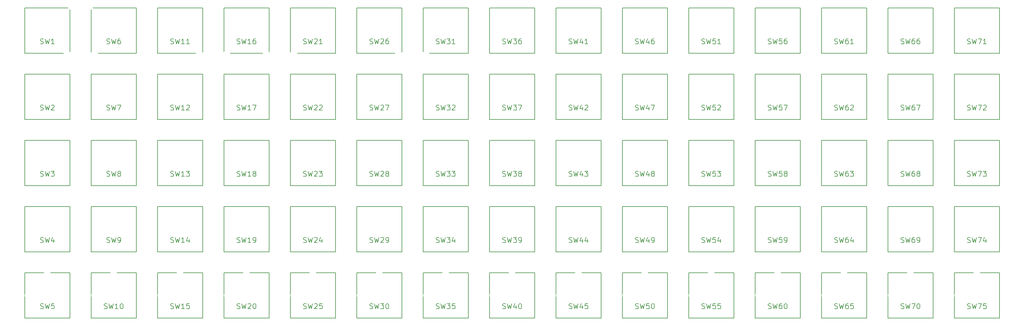
<source format=gto>
G04 #@! TF.FileFunction,Legend,Top*
%FSLAX46Y46*%
G04 Gerber Fmt 4.6, Leading zero omitted, Abs format (unit mm)*
G04 Created by KiCad (PCBNEW 4.0.7) date 04/13/18 19:54:45*
%MOMM*%
%LPD*%
G01*
G04 APERTURE LIST*
%ADD10C,0.100000*%
%ADD11C,0.150000*%
%ADD12C,0.200000*%
%ADD13C,2.200000*%
%ADD14C,1.700000*%
%ADD15C,2.500000*%
%ADD16C,4.000000*%
%ADD17R,1.600000X1.600000*%
%ADD18C,1.600000*%
%ADD19C,3.200000*%
%ADD20C,2.300000*%
%ADD21C,1.900000*%
%ADD22C,1.000000*%
G04 APERTURE END LIST*
D10*
D11*
X336400000Y-127485000D02*
X349400000Y-127485000D01*
X349400000Y-127485000D02*
X349400000Y-140485000D01*
X349400000Y-140485000D02*
X336400000Y-140485000D01*
X336400000Y-140485000D02*
X336400000Y-127485000D01*
X317350000Y-108435000D02*
X330350000Y-108435000D01*
X330350000Y-108435000D02*
X330350000Y-121435000D01*
X330350000Y-121435000D02*
X317350000Y-121435000D01*
X317350000Y-121435000D02*
X317350000Y-108435000D01*
X222100000Y-127485000D02*
X235100000Y-127485000D01*
X235100000Y-127485000D02*
X235100000Y-140485000D01*
X235100000Y-140485000D02*
X222100000Y-140485000D01*
X222100000Y-140485000D02*
X222100000Y-127485000D01*
X222100000Y-89385000D02*
X235100000Y-89385000D01*
X235100000Y-89385000D02*
X235100000Y-102385000D01*
X235100000Y-102385000D02*
X222100000Y-102385000D01*
X222100000Y-102385000D02*
X222100000Y-89385000D01*
X88750000Y-146535000D02*
X101750000Y-146535000D01*
X101750000Y-146535000D02*
X101750000Y-159535000D01*
X101750000Y-159535000D02*
X88750000Y-159535000D01*
X88750000Y-159535000D02*
X88750000Y-146535000D01*
X164950000Y-146535000D02*
X177950000Y-146535000D01*
X177950000Y-146535000D02*
X177950000Y-159535000D01*
X177950000Y-159535000D02*
X164950000Y-159535000D01*
X164950000Y-159535000D02*
X164950000Y-146535000D01*
X317350000Y-146535000D02*
X330350000Y-146535000D01*
X330350000Y-146535000D02*
X330350000Y-159535000D01*
X330350000Y-159535000D02*
X317350000Y-159535000D01*
X317350000Y-159535000D02*
X317350000Y-146535000D01*
X336400000Y-146535000D02*
X349400000Y-146535000D01*
X349400000Y-146535000D02*
X349400000Y-159535000D01*
X349400000Y-159535000D02*
X336400000Y-159535000D01*
X336400000Y-159535000D02*
X336400000Y-146535000D01*
X69700000Y-108435000D02*
X82700000Y-108435000D01*
X82700000Y-108435000D02*
X82700000Y-121435000D01*
X82700000Y-121435000D02*
X69700000Y-121435000D01*
X69700000Y-121435000D02*
X69700000Y-108435000D01*
X69700000Y-127485000D02*
X82700000Y-127485000D01*
X82700000Y-127485000D02*
X82700000Y-140485000D01*
X82700000Y-140485000D02*
X69700000Y-140485000D01*
X69700000Y-140485000D02*
X69700000Y-127485000D01*
X69700000Y-146535000D02*
X82700000Y-146535000D01*
X82700000Y-146535000D02*
X82700000Y-159535000D01*
X82700000Y-159535000D02*
X69700000Y-159535000D01*
X69700000Y-159535000D02*
X69700000Y-146535000D01*
X88750000Y-89385000D02*
X101750000Y-89385000D01*
X101750000Y-89385000D02*
X101750000Y-102385000D01*
X101750000Y-102385000D02*
X88750000Y-102385000D01*
X88750000Y-102385000D02*
X88750000Y-89385000D01*
X88750000Y-108435000D02*
X101750000Y-108435000D01*
X101750000Y-108435000D02*
X101750000Y-121435000D01*
X101750000Y-121435000D02*
X88750000Y-121435000D01*
X88750000Y-121435000D02*
X88750000Y-108435000D01*
X88750000Y-127485000D02*
X101750000Y-127485000D01*
X101750000Y-127485000D02*
X101750000Y-140485000D01*
X101750000Y-140485000D02*
X88750000Y-140485000D01*
X88750000Y-140485000D02*
X88750000Y-127485000D01*
X107800000Y-89385000D02*
X120800000Y-89385000D01*
X120800000Y-89385000D02*
X120800000Y-102385000D01*
X120800000Y-102385000D02*
X107800000Y-102385000D01*
X107800000Y-102385000D02*
X107800000Y-89385000D01*
X107800000Y-108435000D02*
X120800000Y-108435000D01*
X120800000Y-108435000D02*
X120800000Y-121435000D01*
X120800000Y-121435000D02*
X107800000Y-121435000D01*
X107800000Y-121435000D02*
X107800000Y-108435000D01*
X107800000Y-127485000D02*
X120800000Y-127485000D01*
X120800000Y-127485000D02*
X120800000Y-140485000D01*
X120800000Y-140485000D02*
X107800000Y-140485000D01*
X107800000Y-140485000D02*
X107800000Y-127485000D01*
X107800000Y-146535000D02*
X120800000Y-146535000D01*
X120800000Y-146535000D02*
X120800000Y-159535000D01*
X120800000Y-159535000D02*
X107800000Y-159535000D01*
X107800000Y-159535000D02*
X107800000Y-146535000D01*
X126850000Y-89385000D02*
X139850000Y-89385000D01*
X139850000Y-89385000D02*
X139850000Y-102385000D01*
X139850000Y-102385000D02*
X126850000Y-102385000D01*
X126850000Y-102385000D02*
X126850000Y-89385000D01*
X126850000Y-127485000D02*
X139850000Y-127485000D01*
X139850000Y-127485000D02*
X139850000Y-140485000D01*
X139850000Y-140485000D02*
X126850000Y-140485000D01*
X126850000Y-140485000D02*
X126850000Y-127485000D01*
X126850000Y-146535000D02*
X139850000Y-146535000D01*
X139850000Y-146535000D02*
X139850000Y-159535000D01*
X139850000Y-159535000D02*
X126850000Y-159535000D01*
X126850000Y-159535000D02*
X126850000Y-146535000D01*
X145900000Y-89385000D02*
X158900000Y-89385000D01*
X158900000Y-89385000D02*
X158900000Y-102385000D01*
X158900000Y-102385000D02*
X145900000Y-102385000D01*
X145900000Y-102385000D02*
X145900000Y-89385000D01*
X145900000Y-127485000D02*
X158900000Y-127485000D01*
X158900000Y-127485000D02*
X158900000Y-140485000D01*
X158900000Y-140485000D02*
X145900000Y-140485000D01*
X145900000Y-140485000D02*
X145900000Y-127485000D01*
X145900000Y-146535000D02*
X158900000Y-146535000D01*
X158900000Y-146535000D02*
X158900000Y-159535000D01*
X158900000Y-159535000D02*
X145900000Y-159535000D01*
X145900000Y-159535000D02*
X145900000Y-146535000D01*
X164950000Y-127485000D02*
X177950000Y-127485000D01*
X177950000Y-127485000D02*
X177950000Y-140485000D01*
X177950000Y-140485000D02*
X164950000Y-140485000D01*
X164950000Y-140485000D02*
X164950000Y-127485000D01*
X184000000Y-108435000D02*
X197000000Y-108435000D01*
X197000000Y-108435000D02*
X197000000Y-121435000D01*
X197000000Y-121435000D02*
X184000000Y-121435000D01*
X184000000Y-121435000D02*
X184000000Y-108435000D01*
X184000000Y-127485000D02*
X197000000Y-127485000D01*
X197000000Y-127485000D02*
X197000000Y-140485000D01*
X197000000Y-140485000D02*
X184000000Y-140485000D01*
X184000000Y-140485000D02*
X184000000Y-127485000D01*
X184000000Y-146535000D02*
X197000000Y-146535000D01*
X197000000Y-146535000D02*
X197000000Y-159535000D01*
X197000000Y-159535000D02*
X184000000Y-159535000D01*
X184000000Y-159535000D02*
X184000000Y-146535000D01*
X203050000Y-108435000D02*
X216050000Y-108435000D01*
X216050000Y-108435000D02*
X216050000Y-121435000D01*
X216050000Y-121435000D02*
X203050000Y-121435000D01*
X203050000Y-121435000D02*
X203050000Y-108435000D01*
X203050000Y-127485000D02*
X216050000Y-127485000D01*
X216050000Y-127485000D02*
X216050000Y-140485000D01*
X216050000Y-140485000D02*
X203050000Y-140485000D01*
X203050000Y-140485000D02*
X203050000Y-127485000D01*
X203050000Y-146535000D02*
X216050000Y-146535000D01*
X216050000Y-146535000D02*
X216050000Y-159535000D01*
X216050000Y-159535000D02*
X203050000Y-159535000D01*
X203050000Y-159535000D02*
X203050000Y-146535000D01*
X222100000Y-146535000D02*
X235100000Y-146535000D01*
X235100000Y-146535000D02*
X235100000Y-159535000D01*
X235100000Y-159535000D02*
X222100000Y-159535000D01*
X222100000Y-159535000D02*
X222100000Y-146535000D01*
X241150000Y-89385000D02*
X254150000Y-89385000D01*
X254150000Y-89385000D02*
X254150000Y-102385000D01*
X254150000Y-102385000D02*
X241150000Y-102385000D01*
X241150000Y-102385000D02*
X241150000Y-89385000D01*
X241150000Y-108435000D02*
X254150000Y-108435000D01*
X254150000Y-108435000D02*
X254150000Y-121435000D01*
X254150000Y-121435000D02*
X241150000Y-121435000D01*
X241150000Y-121435000D02*
X241150000Y-108435000D01*
X241150000Y-127485000D02*
X254150000Y-127485000D01*
X254150000Y-127485000D02*
X254150000Y-140485000D01*
X254150000Y-140485000D02*
X241150000Y-140485000D01*
X241150000Y-140485000D02*
X241150000Y-127485000D01*
X241150000Y-146535000D02*
X254150000Y-146535000D01*
X254150000Y-146535000D02*
X254150000Y-159535000D01*
X254150000Y-159535000D02*
X241150000Y-159535000D01*
X241150000Y-159535000D02*
X241150000Y-146535000D01*
X260200000Y-89385000D02*
X273200000Y-89385000D01*
X273200000Y-89385000D02*
X273200000Y-102385000D01*
X273200000Y-102385000D02*
X260200000Y-102385000D01*
X260200000Y-102385000D02*
X260200000Y-89385000D01*
X260200000Y-108435000D02*
X273200000Y-108435000D01*
X273200000Y-108435000D02*
X273200000Y-121435000D01*
X273200000Y-121435000D02*
X260200000Y-121435000D01*
X260200000Y-121435000D02*
X260200000Y-108435000D01*
X260200000Y-127485000D02*
X273200000Y-127485000D01*
X273200000Y-127485000D02*
X273200000Y-140485000D01*
X273200000Y-140485000D02*
X260200000Y-140485000D01*
X260200000Y-140485000D02*
X260200000Y-127485000D01*
X260200000Y-146535000D02*
X273200000Y-146535000D01*
X273200000Y-146535000D02*
X273200000Y-159535000D01*
X273200000Y-159535000D02*
X260200000Y-159535000D01*
X260200000Y-159535000D02*
X260200000Y-146535000D01*
X279250000Y-89385000D02*
X292250000Y-89385000D01*
X292250000Y-89385000D02*
X292250000Y-102385000D01*
X292250000Y-102385000D02*
X279250000Y-102385000D01*
X279250000Y-102385000D02*
X279250000Y-89385000D01*
X279250000Y-108435000D02*
X292250000Y-108435000D01*
X292250000Y-108435000D02*
X292250000Y-121435000D01*
X292250000Y-121435000D02*
X279250000Y-121435000D01*
X279250000Y-121435000D02*
X279250000Y-108435000D01*
X279250000Y-127485000D02*
X292250000Y-127485000D01*
X292250000Y-127485000D02*
X292250000Y-140485000D01*
X292250000Y-140485000D02*
X279250000Y-140485000D01*
X279250000Y-140485000D02*
X279250000Y-127485000D01*
X279250000Y-146535000D02*
X292250000Y-146535000D01*
X292250000Y-146535000D02*
X292250000Y-159535000D01*
X292250000Y-159535000D02*
X279250000Y-159535000D01*
X279250000Y-159535000D02*
X279250000Y-146535000D01*
X298300000Y-89385000D02*
X311300000Y-89385000D01*
X311300000Y-89385000D02*
X311300000Y-102385000D01*
X311300000Y-102385000D02*
X298300000Y-102385000D01*
X298300000Y-102385000D02*
X298300000Y-89385000D01*
X298300000Y-108435000D02*
X311300000Y-108435000D01*
X311300000Y-108435000D02*
X311300000Y-121435000D01*
X311300000Y-121435000D02*
X298300000Y-121435000D01*
X298300000Y-121435000D02*
X298300000Y-108435000D01*
X298300000Y-127485000D02*
X311300000Y-127485000D01*
X311300000Y-127485000D02*
X311300000Y-140485000D01*
X311300000Y-140485000D02*
X298300000Y-140485000D01*
X298300000Y-140485000D02*
X298300000Y-127485000D01*
X298300000Y-146535000D02*
X311300000Y-146535000D01*
X311300000Y-146535000D02*
X311300000Y-159535000D01*
X311300000Y-159535000D02*
X298300000Y-159535000D01*
X298300000Y-159535000D02*
X298300000Y-146535000D01*
X317350000Y-89385000D02*
X330350000Y-89385000D01*
X330350000Y-89385000D02*
X330350000Y-102385000D01*
X330350000Y-102385000D02*
X317350000Y-102385000D01*
X317350000Y-102385000D02*
X317350000Y-89385000D01*
X317350000Y-127485000D02*
X330350000Y-127485000D01*
X330350000Y-127485000D02*
X330350000Y-140485000D01*
X330350000Y-140485000D02*
X317350000Y-140485000D01*
X317350000Y-140485000D02*
X317350000Y-127485000D01*
X336400000Y-89385000D02*
X349400000Y-89385000D01*
X349400000Y-89385000D02*
X349400000Y-102385000D01*
X349400000Y-102385000D02*
X336400000Y-102385000D01*
X336400000Y-102385000D02*
X336400000Y-89385000D01*
X336400000Y-108435000D02*
X349400000Y-108435000D01*
X349400000Y-108435000D02*
X349400000Y-121435000D01*
X349400000Y-121435000D02*
X336400000Y-121435000D01*
X336400000Y-121435000D02*
X336400000Y-108435000D01*
X222100000Y-108435000D02*
X235100000Y-108435000D01*
X235100000Y-108435000D02*
X235100000Y-121435000D01*
X235100000Y-121435000D02*
X222100000Y-121435000D01*
X222100000Y-121435000D02*
X222100000Y-108435000D01*
X184000000Y-89385000D02*
X197000000Y-89385000D01*
X197000000Y-89385000D02*
X197000000Y-102385000D01*
X197000000Y-102385000D02*
X184000000Y-102385000D01*
X184000000Y-102385000D02*
X184000000Y-89385000D01*
X203050000Y-89385000D02*
X216050000Y-89385000D01*
X216050000Y-89385000D02*
X216050000Y-102385000D01*
X216050000Y-102385000D02*
X203050000Y-102385000D01*
X203050000Y-102385000D02*
X203050000Y-89385000D01*
X126850000Y-108435000D02*
X139850000Y-108435000D01*
X139850000Y-108435000D02*
X139850000Y-121435000D01*
X139850000Y-121435000D02*
X126850000Y-121435000D01*
X126850000Y-121435000D02*
X126850000Y-108435000D01*
X164950000Y-108435000D02*
X177950000Y-108435000D01*
X177950000Y-108435000D02*
X177950000Y-121435000D01*
X177950000Y-121435000D02*
X164950000Y-121435000D01*
X164950000Y-121435000D02*
X164950000Y-108435000D01*
X164950000Y-89385000D02*
X177950000Y-89385000D01*
X177950000Y-89385000D02*
X177950000Y-102385000D01*
X177950000Y-102385000D02*
X164950000Y-102385000D01*
X164950000Y-102385000D02*
X164950000Y-89385000D01*
X145900000Y-108435000D02*
X158900000Y-108435000D01*
X158900000Y-108435000D02*
X158900000Y-121435000D01*
X158900000Y-121435000D02*
X145900000Y-121435000D01*
X145900000Y-121435000D02*
X145900000Y-108435000D01*
X69700000Y-89385000D02*
X82700000Y-89385000D01*
X82700000Y-89385000D02*
X82700000Y-102385000D01*
X82700000Y-102385000D02*
X69700000Y-102385000D01*
X69700000Y-102385000D02*
X69700000Y-89385000D01*
X203050000Y-165585000D02*
X216050000Y-165585000D01*
X216050000Y-165585000D02*
X216050000Y-178585000D01*
X216050000Y-178585000D02*
X203050000Y-178585000D01*
X203050000Y-178585000D02*
X203050000Y-165585000D01*
X69700000Y-165585000D02*
X82700000Y-165585000D01*
X82700000Y-165585000D02*
X82700000Y-178585000D01*
X82700000Y-178585000D02*
X69700000Y-178585000D01*
X69700000Y-178585000D02*
X69700000Y-165585000D01*
X317350000Y-165585000D02*
X330350000Y-165585000D01*
X330350000Y-165585000D02*
X330350000Y-178585000D01*
X330350000Y-178585000D02*
X317350000Y-178585000D01*
X317350000Y-178585000D02*
X317350000Y-165585000D01*
X298300000Y-165585000D02*
X311300000Y-165585000D01*
X311300000Y-165585000D02*
X311300000Y-178585000D01*
X311300000Y-178585000D02*
X298300000Y-178585000D01*
X298300000Y-178585000D02*
X298300000Y-165585000D01*
X260200000Y-165585000D02*
X273200000Y-165585000D01*
X273200000Y-165585000D02*
X273200000Y-178585000D01*
X273200000Y-178585000D02*
X260200000Y-178585000D01*
X260200000Y-178585000D02*
X260200000Y-165585000D01*
X222100000Y-165585000D02*
X235100000Y-165585000D01*
X235100000Y-165585000D02*
X235100000Y-178585000D01*
X235100000Y-178585000D02*
X222100000Y-178585000D01*
X222100000Y-178585000D02*
X222100000Y-165585000D01*
X184000000Y-165585000D02*
X197000000Y-165585000D01*
X197000000Y-165585000D02*
X197000000Y-178585000D01*
X197000000Y-178585000D02*
X184000000Y-178585000D01*
X184000000Y-178585000D02*
X184000000Y-165585000D01*
X164950000Y-165585000D02*
X177950000Y-165585000D01*
X177950000Y-165585000D02*
X177950000Y-178585000D01*
X177950000Y-178585000D02*
X164950000Y-178585000D01*
X164950000Y-178585000D02*
X164950000Y-165585000D01*
X145900000Y-165585000D02*
X158900000Y-165585000D01*
X158900000Y-165585000D02*
X158900000Y-178585000D01*
X158900000Y-178585000D02*
X145900000Y-178585000D01*
X145900000Y-178585000D02*
X145900000Y-165585000D01*
X126850000Y-165585000D02*
X139850000Y-165585000D01*
X139850000Y-165585000D02*
X139850000Y-178585000D01*
X139850000Y-178585000D02*
X126850000Y-178585000D01*
X126850000Y-178585000D02*
X126850000Y-165585000D01*
X107800000Y-165585000D02*
X120800000Y-165585000D01*
X120800000Y-165585000D02*
X120800000Y-178585000D01*
X120800000Y-178585000D02*
X107800000Y-178585000D01*
X107800000Y-178585000D02*
X107800000Y-165585000D01*
X88750000Y-165585000D02*
X101750000Y-165585000D01*
X101750000Y-165585000D02*
X101750000Y-178585000D01*
X101750000Y-178585000D02*
X88750000Y-178585000D01*
X88750000Y-178585000D02*
X88750000Y-165585000D01*
X336400000Y-165585000D02*
X349400000Y-165585000D01*
X349400000Y-165585000D02*
X349400000Y-178585000D01*
X349400000Y-178585000D02*
X336400000Y-178585000D01*
X336400000Y-178585000D02*
X336400000Y-165585000D01*
X241150000Y-165585000D02*
X254150000Y-165585000D01*
X254150000Y-165585000D02*
X254150000Y-178585000D01*
X254150000Y-178585000D02*
X241150000Y-178585000D01*
X241150000Y-178585000D02*
X241150000Y-165585000D01*
X279250000Y-165585000D02*
X292250000Y-165585000D01*
X292250000Y-165585000D02*
X292250000Y-178585000D01*
X292250000Y-178585000D02*
X279250000Y-178585000D01*
X279250000Y-178585000D02*
X279250000Y-165585000D01*
D12*
X340185715Y-137767143D02*
X340400001Y-137838571D01*
X340757144Y-137838571D01*
X340900001Y-137767143D01*
X340971430Y-137695714D01*
X341042858Y-137552857D01*
X341042858Y-137410000D01*
X340971430Y-137267143D01*
X340900001Y-137195714D01*
X340757144Y-137124286D01*
X340471430Y-137052857D01*
X340328572Y-136981429D01*
X340257144Y-136910000D01*
X340185715Y-136767143D01*
X340185715Y-136624286D01*
X340257144Y-136481429D01*
X340328572Y-136410000D01*
X340471430Y-136338571D01*
X340828572Y-136338571D01*
X341042858Y-136410000D01*
X341542858Y-136338571D02*
X341900001Y-137838571D01*
X342185715Y-136767143D01*
X342471429Y-137838571D01*
X342828572Y-136338571D01*
X343257144Y-136338571D02*
X344257144Y-136338571D01*
X343614287Y-137838571D01*
X344685715Y-136338571D02*
X345614286Y-136338571D01*
X345114286Y-136910000D01*
X345328572Y-136910000D01*
X345471429Y-136981429D01*
X345542858Y-137052857D01*
X345614286Y-137195714D01*
X345614286Y-137552857D01*
X345542858Y-137695714D01*
X345471429Y-137767143D01*
X345328572Y-137838571D01*
X344900000Y-137838571D01*
X344757143Y-137767143D01*
X344685715Y-137695714D01*
X321135715Y-118717143D02*
X321350001Y-118788571D01*
X321707144Y-118788571D01*
X321850001Y-118717143D01*
X321921430Y-118645714D01*
X321992858Y-118502857D01*
X321992858Y-118360000D01*
X321921430Y-118217143D01*
X321850001Y-118145714D01*
X321707144Y-118074286D01*
X321421430Y-118002857D01*
X321278572Y-117931429D01*
X321207144Y-117860000D01*
X321135715Y-117717143D01*
X321135715Y-117574286D01*
X321207144Y-117431429D01*
X321278572Y-117360000D01*
X321421430Y-117288571D01*
X321778572Y-117288571D01*
X321992858Y-117360000D01*
X322492858Y-117288571D02*
X322850001Y-118788571D01*
X323135715Y-117717143D01*
X323421429Y-118788571D01*
X323778572Y-117288571D01*
X324992858Y-117288571D02*
X324707144Y-117288571D01*
X324564287Y-117360000D01*
X324492858Y-117431429D01*
X324350001Y-117645714D01*
X324278572Y-117931429D01*
X324278572Y-118502857D01*
X324350001Y-118645714D01*
X324421429Y-118717143D01*
X324564287Y-118788571D01*
X324850001Y-118788571D01*
X324992858Y-118717143D01*
X325064287Y-118645714D01*
X325135715Y-118502857D01*
X325135715Y-118145714D01*
X325064287Y-118002857D01*
X324992858Y-117931429D01*
X324850001Y-117860000D01*
X324564287Y-117860000D01*
X324421429Y-117931429D01*
X324350001Y-118002857D01*
X324278572Y-118145714D01*
X325635715Y-117288571D02*
X326635715Y-117288571D01*
X325992858Y-118788571D01*
X225885715Y-137767143D02*
X226100001Y-137838571D01*
X226457144Y-137838571D01*
X226600001Y-137767143D01*
X226671430Y-137695714D01*
X226742858Y-137552857D01*
X226742858Y-137410000D01*
X226671430Y-137267143D01*
X226600001Y-137195714D01*
X226457144Y-137124286D01*
X226171430Y-137052857D01*
X226028572Y-136981429D01*
X225957144Y-136910000D01*
X225885715Y-136767143D01*
X225885715Y-136624286D01*
X225957144Y-136481429D01*
X226028572Y-136410000D01*
X226171430Y-136338571D01*
X226528572Y-136338571D01*
X226742858Y-136410000D01*
X227242858Y-136338571D02*
X227600001Y-137838571D01*
X227885715Y-136767143D01*
X228171429Y-137838571D01*
X228528572Y-136338571D01*
X229742858Y-136838571D02*
X229742858Y-137838571D01*
X229385715Y-136267143D02*
X229028572Y-137338571D01*
X229957144Y-137338571D01*
X230385715Y-136338571D02*
X231314286Y-136338571D01*
X230814286Y-136910000D01*
X231028572Y-136910000D01*
X231171429Y-136981429D01*
X231242858Y-137052857D01*
X231314286Y-137195714D01*
X231314286Y-137552857D01*
X231242858Y-137695714D01*
X231171429Y-137767143D01*
X231028572Y-137838571D01*
X230600000Y-137838571D01*
X230457143Y-137767143D01*
X230385715Y-137695714D01*
X225885715Y-99667143D02*
X226100001Y-99738571D01*
X226457144Y-99738571D01*
X226600001Y-99667143D01*
X226671430Y-99595714D01*
X226742858Y-99452857D01*
X226742858Y-99310000D01*
X226671430Y-99167143D01*
X226600001Y-99095714D01*
X226457144Y-99024286D01*
X226171430Y-98952857D01*
X226028572Y-98881429D01*
X225957144Y-98810000D01*
X225885715Y-98667143D01*
X225885715Y-98524286D01*
X225957144Y-98381429D01*
X226028572Y-98310000D01*
X226171430Y-98238571D01*
X226528572Y-98238571D01*
X226742858Y-98310000D01*
X227242858Y-98238571D02*
X227600001Y-99738571D01*
X227885715Y-98667143D01*
X228171429Y-99738571D01*
X228528572Y-98238571D01*
X229742858Y-98738571D02*
X229742858Y-99738571D01*
X229385715Y-98167143D02*
X229028572Y-99238571D01*
X229957144Y-99238571D01*
X231314286Y-99738571D02*
X230457143Y-99738571D01*
X230885715Y-99738571D02*
X230885715Y-98238571D01*
X230742858Y-98452857D01*
X230600000Y-98595714D01*
X230457143Y-98667143D01*
X93250000Y-156817143D02*
X93464286Y-156888571D01*
X93821429Y-156888571D01*
X93964286Y-156817143D01*
X94035715Y-156745714D01*
X94107143Y-156602857D01*
X94107143Y-156460000D01*
X94035715Y-156317143D01*
X93964286Y-156245714D01*
X93821429Y-156174286D01*
X93535715Y-156102857D01*
X93392857Y-156031429D01*
X93321429Y-155960000D01*
X93250000Y-155817143D01*
X93250000Y-155674286D01*
X93321429Y-155531429D01*
X93392857Y-155460000D01*
X93535715Y-155388571D01*
X93892857Y-155388571D01*
X94107143Y-155460000D01*
X94607143Y-155388571D02*
X94964286Y-156888571D01*
X95250000Y-155817143D01*
X95535714Y-156888571D01*
X95892857Y-155388571D01*
X96535714Y-156888571D02*
X96821429Y-156888571D01*
X96964286Y-156817143D01*
X97035714Y-156745714D01*
X97178572Y-156531429D01*
X97250000Y-156245714D01*
X97250000Y-155674286D01*
X97178572Y-155531429D01*
X97107143Y-155460000D01*
X96964286Y-155388571D01*
X96678572Y-155388571D01*
X96535714Y-155460000D01*
X96464286Y-155531429D01*
X96392857Y-155674286D01*
X96392857Y-156031429D01*
X96464286Y-156174286D01*
X96535714Y-156245714D01*
X96678572Y-156317143D01*
X96964286Y-156317143D01*
X97107143Y-156245714D01*
X97178572Y-156174286D01*
X97250000Y-156031429D01*
X168735715Y-156817143D02*
X168950001Y-156888571D01*
X169307144Y-156888571D01*
X169450001Y-156817143D01*
X169521430Y-156745714D01*
X169592858Y-156602857D01*
X169592858Y-156460000D01*
X169521430Y-156317143D01*
X169450001Y-156245714D01*
X169307144Y-156174286D01*
X169021430Y-156102857D01*
X168878572Y-156031429D01*
X168807144Y-155960000D01*
X168735715Y-155817143D01*
X168735715Y-155674286D01*
X168807144Y-155531429D01*
X168878572Y-155460000D01*
X169021430Y-155388571D01*
X169378572Y-155388571D01*
X169592858Y-155460000D01*
X170092858Y-155388571D02*
X170450001Y-156888571D01*
X170735715Y-155817143D01*
X171021429Y-156888571D01*
X171378572Y-155388571D01*
X171878572Y-155531429D02*
X171950001Y-155460000D01*
X172092858Y-155388571D01*
X172450001Y-155388571D01*
X172592858Y-155460000D01*
X172664287Y-155531429D01*
X172735715Y-155674286D01*
X172735715Y-155817143D01*
X172664287Y-156031429D01*
X171807144Y-156888571D01*
X172735715Y-156888571D01*
X173450000Y-156888571D02*
X173735715Y-156888571D01*
X173878572Y-156817143D01*
X173950000Y-156745714D01*
X174092858Y-156531429D01*
X174164286Y-156245714D01*
X174164286Y-155674286D01*
X174092858Y-155531429D01*
X174021429Y-155460000D01*
X173878572Y-155388571D01*
X173592858Y-155388571D01*
X173450000Y-155460000D01*
X173378572Y-155531429D01*
X173307143Y-155674286D01*
X173307143Y-156031429D01*
X173378572Y-156174286D01*
X173450000Y-156245714D01*
X173592858Y-156317143D01*
X173878572Y-156317143D01*
X174021429Y-156245714D01*
X174092858Y-156174286D01*
X174164286Y-156031429D01*
X321135715Y-156817143D02*
X321350001Y-156888571D01*
X321707144Y-156888571D01*
X321850001Y-156817143D01*
X321921430Y-156745714D01*
X321992858Y-156602857D01*
X321992858Y-156460000D01*
X321921430Y-156317143D01*
X321850001Y-156245714D01*
X321707144Y-156174286D01*
X321421430Y-156102857D01*
X321278572Y-156031429D01*
X321207144Y-155960000D01*
X321135715Y-155817143D01*
X321135715Y-155674286D01*
X321207144Y-155531429D01*
X321278572Y-155460000D01*
X321421430Y-155388571D01*
X321778572Y-155388571D01*
X321992858Y-155460000D01*
X322492858Y-155388571D02*
X322850001Y-156888571D01*
X323135715Y-155817143D01*
X323421429Y-156888571D01*
X323778572Y-155388571D01*
X324992858Y-155388571D02*
X324707144Y-155388571D01*
X324564287Y-155460000D01*
X324492858Y-155531429D01*
X324350001Y-155745714D01*
X324278572Y-156031429D01*
X324278572Y-156602857D01*
X324350001Y-156745714D01*
X324421429Y-156817143D01*
X324564287Y-156888571D01*
X324850001Y-156888571D01*
X324992858Y-156817143D01*
X325064287Y-156745714D01*
X325135715Y-156602857D01*
X325135715Y-156245714D01*
X325064287Y-156102857D01*
X324992858Y-156031429D01*
X324850001Y-155960000D01*
X324564287Y-155960000D01*
X324421429Y-156031429D01*
X324350001Y-156102857D01*
X324278572Y-156245714D01*
X325850000Y-156888571D02*
X326135715Y-156888571D01*
X326278572Y-156817143D01*
X326350000Y-156745714D01*
X326492858Y-156531429D01*
X326564286Y-156245714D01*
X326564286Y-155674286D01*
X326492858Y-155531429D01*
X326421429Y-155460000D01*
X326278572Y-155388571D01*
X325992858Y-155388571D01*
X325850000Y-155460000D01*
X325778572Y-155531429D01*
X325707143Y-155674286D01*
X325707143Y-156031429D01*
X325778572Y-156174286D01*
X325850000Y-156245714D01*
X325992858Y-156317143D01*
X326278572Y-156317143D01*
X326421429Y-156245714D01*
X326492858Y-156174286D01*
X326564286Y-156031429D01*
X340185715Y-156817143D02*
X340400001Y-156888571D01*
X340757144Y-156888571D01*
X340900001Y-156817143D01*
X340971430Y-156745714D01*
X341042858Y-156602857D01*
X341042858Y-156460000D01*
X340971430Y-156317143D01*
X340900001Y-156245714D01*
X340757144Y-156174286D01*
X340471430Y-156102857D01*
X340328572Y-156031429D01*
X340257144Y-155960000D01*
X340185715Y-155817143D01*
X340185715Y-155674286D01*
X340257144Y-155531429D01*
X340328572Y-155460000D01*
X340471430Y-155388571D01*
X340828572Y-155388571D01*
X341042858Y-155460000D01*
X341542858Y-155388571D02*
X341900001Y-156888571D01*
X342185715Y-155817143D01*
X342471429Y-156888571D01*
X342828572Y-155388571D01*
X343257144Y-155388571D02*
X344257144Y-155388571D01*
X343614287Y-156888571D01*
X345471429Y-155888571D02*
X345471429Y-156888571D01*
X345114286Y-155317143D02*
X344757143Y-156388571D01*
X345685715Y-156388571D01*
X74200000Y-118717143D02*
X74414286Y-118788571D01*
X74771429Y-118788571D01*
X74914286Y-118717143D01*
X74985715Y-118645714D01*
X75057143Y-118502857D01*
X75057143Y-118360000D01*
X74985715Y-118217143D01*
X74914286Y-118145714D01*
X74771429Y-118074286D01*
X74485715Y-118002857D01*
X74342857Y-117931429D01*
X74271429Y-117860000D01*
X74200000Y-117717143D01*
X74200000Y-117574286D01*
X74271429Y-117431429D01*
X74342857Y-117360000D01*
X74485715Y-117288571D01*
X74842857Y-117288571D01*
X75057143Y-117360000D01*
X75557143Y-117288571D02*
X75914286Y-118788571D01*
X76200000Y-117717143D01*
X76485714Y-118788571D01*
X76842857Y-117288571D01*
X77342857Y-117431429D02*
X77414286Y-117360000D01*
X77557143Y-117288571D01*
X77914286Y-117288571D01*
X78057143Y-117360000D01*
X78128572Y-117431429D01*
X78200000Y-117574286D01*
X78200000Y-117717143D01*
X78128572Y-117931429D01*
X77271429Y-118788571D01*
X78200000Y-118788571D01*
X74200000Y-137767143D02*
X74414286Y-137838571D01*
X74771429Y-137838571D01*
X74914286Y-137767143D01*
X74985715Y-137695714D01*
X75057143Y-137552857D01*
X75057143Y-137410000D01*
X74985715Y-137267143D01*
X74914286Y-137195714D01*
X74771429Y-137124286D01*
X74485715Y-137052857D01*
X74342857Y-136981429D01*
X74271429Y-136910000D01*
X74200000Y-136767143D01*
X74200000Y-136624286D01*
X74271429Y-136481429D01*
X74342857Y-136410000D01*
X74485715Y-136338571D01*
X74842857Y-136338571D01*
X75057143Y-136410000D01*
X75557143Y-136338571D02*
X75914286Y-137838571D01*
X76200000Y-136767143D01*
X76485714Y-137838571D01*
X76842857Y-136338571D01*
X77271429Y-136338571D02*
X78200000Y-136338571D01*
X77700000Y-136910000D01*
X77914286Y-136910000D01*
X78057143Y-136981429D01*
X78128572Y-137052857D01*
X78200000Y-137195714D01*
X78200000Y-137552857D01*
X78128572Y-137695714D01*
X78057143Y-137767143D01*
X77914286Y-137838571D01*
X77485714Y-137838571D01*
X77342857Y-137767143D01*
X77271429Y-137695714D01*
X74200000Y-156817143D02*
X74414286Y-156888571D01*
X74771429Y-156888571D01*
X74914286Y-156817143D01*
X74985715Y-156745714D01*
X75057143Y-156602857D01*
X75057143Y-156460000D01*
X74985715Y-156317143D01*
X74914286Y-156245714D01*
X74771429Y-156174286D01*
X74485715Y-156102857D01*
X74342857Y-156031429D01*
X74271429Y-155960000D01*
X74200000Y-155817143D01*
X74200000Y-155674286D01*
X74271429Y-155531429D01*
X74342857Y-155460000D01*
X74485715Y-155388571D01*
X74842857Y-155388571D01*
X75057143Y-155460000D01*
X75557143Y-155388571D02*
X75914286Y-156888571D01*
X76200000Y-155817143D01*
X76485714Y-156888571D01*
X76842857Y-155388571D01*
X78057143Y-155888571D02*
X78057143Y-156888571D01*
X77700000Y-155317143D02*
X77342857Y-156388571D01*
X78271429Y-156388571D01*
X93250000Y-99667143D02*
X93464286Y-99738571D01*
X93821429Y-99738571D01*
X93964286Y-99667143D01*
X94035715Y-99595714D01*
X94107143Y-99452857D01*
X94107143Y-99310000D01*
X94035715Y-99167143D01*
X93964286Y-99095714D01*
X93821429Y-99024286D01*
X93535715Y-98952857D01*
X93392857Y-98881429D01*
X93321429Y-98810000D01*
X93250000Y-98667143D01*
X93250000Y-98524286D01*
X93321429Y-98381429D01*
X93392857Y-98310000D01*
X93535715Y-98238571D01*
X93892857Y-98238571D01*
X94107143Y-98310000D01*
X94607143Y-98238571D02*
X94964286Y-99738571D01*
X95250000Y-98667143D01*
X95535714Y-99738571D01*
X95892857Y-98238571D01*
X97107143Y-98238571D02*
X96821429Y-98238571D01*
X96678572Y-98310000D01*
X96607143Y-98381429D01*
X96464286Y-98595714D01*
X96392857Y-98881429D01*
X96392857Y-99452857D01*
X96464286Y-99595714D01*
X96535714Y-99667143D01*
X96678572Y-99738571D01*
X96964286Y-99738571D01*
X97107143Y-99667143D01*
X97178572Y-99595714D01*
X97250000Y-99452857D01*
X97250000Y-99095714D01*
X97178572Y-98952857D01*
X97107143Y-98881429D01*
X96964286Y-98810000D01*
X96678572Y-98810000D01*
X96535714Y-98881429D01*
X96464286Y-98952857D01*
X96392857Y-99095714D01*
X93250000Y-118717143D02*
X93464286Y-118788571D01*
X93821429Y-118788571D01*
X93964286Y-118717143D01*
X94035715Y-118645714D01*
X94107143Y-118502857D01*
X94107143Y-118360000D01*
X94035715Y-118217143D01*
X93964286Y-118145714D01*
X93821429Y-118074286D01*
X93535715Y-118002857D01*
X93392857Y-117931429D01*
X93321429Y-117860000D01*
X93250000Y-117717143D01*
X93250000Y-117574286D01*
X93321429Y-117431429D01*
X93392857Y-117360000D01*
X93535715Y-117288571D01*
X93892857Y-117288571D01*
X94107143Y-117360000D01*
X94607143Y-117288571D02*
X94964286Y-118788571D01*
X95250000Y-117717143D01*
X95535714Y-118788571D01*
X95892857Y-117288571D01*
X96321429Y-117288571D02*
X97321429Y-117288571D01*
X96678572Y-118788571D01*
X93250000Y-137767143D02*
X93464286Y-137838571D01*
X93821429Y-137838571D01*
X93964286Y-137767143D01*
X94035715Y-137695714D01*
X94107143Y-137552857D01*
X94107143Y-137410000D01*
X94035715Y-137267143D01*
X93964286Y-137195714D01*
X93821429Y-137124286D01*
X93535715Y-137052857D01*
X93392857Y-136981429D01*
X93321429Y-136910000D01*
X93250000Y-136767143D01*
X93250000Y-136624286D01*
X93321429Y-136481429D01*
X93392857Y-136410000D01*
X93535715Y-136338571D01*
X93892857Y-136338571D01*
X94107143Y-136410000D01*
X94607143Y-136338571D02*
X94964286Y-137838571D01*
X95250000Y-136767143D01*
X95535714Y-137838571D01*
X95892857Y-136338571D01*
X96678572Y-136981429D02*
X96535714Y-136910000D01*
X96464286Y-136838571D01*
X96392857Y-136695714D01*
X96392857Y-136624286D01*
X96464286Y-136481429D01*
X96535714Y-136410000D01*
X96678572Y-136338571D01*
X96964286Y-136338571D01*
X97107143Y-136410000D01*
X97178572Y-136481429D01*
X97250000Y-136624286D01*
X97250000Y-136695714D01*
X97178572Y-136838571D01*
X97107143Y-136910000D01*
X96964286Y-136981429D01*
X96678572Y-136981429D01*
X96535714Y-137052857D01*
X96464286Y-137124286D01*
X96392857Y-137267143D01*
X96392857Y-137552857D01*
X96464286Y-137695714D01*
X96535714Y-137767143D01*
X96678572Y-137838571D01*
X96964286Y-137838571D01*
X97107143Y-137767143D01*
X97178572Y-137695714D01*
X97250000Y-137552857D01*
X97250000Y-137267143D01*
X97178572Y-137124286D01*
X97107143Y-137052857D01*
X96964286Y-136981429D01*
X111585715Y-99667143D02*
X111800001Y-99738571D01*
X112157144Y-99738571D01*
X112300001Y-99667143D01*
X112371430Y-99595714D01*
X112442858Y-99452857D01*
X112442858Y-99310000D01*
X112371430Y-99167143D01*
X112300001Y-99095714D01*
X112157144Y-99024286D01*
X111871430Y-98952857D01*
X111728572Y-98881429D01*
X111657144Y-98810000D01*
X111585715Y-98667143D01*
X111585715Y-98524286D01*
X111657144Y-98381429D01*
X111728572Y-98310000D01*
X111871430Y-98238571D01*
X112228572Y-98238571D01*
X112442858Y-98310000D01*
X112942858Y-98238571D02*
X113300001Y-99738571D01*
X113585715Y-98667143D01*
X113871429Y-99738571D01*
X114228572Y-98238571D01*
X115585715Y-99738571D02*
X114728572Y-99738571D01*
X115157144Y-99738571D02*
X115157144Y-98238571D01*
X115014287Y-98452857D01*
X114871429Y-98595714D01*
X114728572Y-98667143D01*
X117014286Y-99738571D02*
X116157143Y-99738571D01*
X116585715Y-99738571D02*
X116585715Y-98238571D01*
X116442858Y-98452857D01*
X116300000Y-98595714D01*
X116157143Y-98667143D01*
X111585715Y-118717143D02*
X111800001Y-118788571D01*
X112157144Y-118788571D01*
X112300001Y-118717143D01*
X112371430Y-118645714D01*
X112442858Y-118502857D01*
X112442858Y-118360000D01*
X112371430Y-118217143D01*
X112300001Y-118145714D01*
X112157144Y-118074286D01*
X111871430Y-118002857D01*
X111728572Y-117931429D01*
X111657144Y-117860000D01*
X111585715Y-117717143D01*
X111585715Y-117574286D01*
X111657144Y-117431429D01*
X111728572Y-117360000D01*
X111871430Y-117288571D01*
X112228572Y-117288571D01*
X112442858Y-117360000D01*
X112942858Y-117288571D02*
X113300001Y-118788571D01*
X113585715Y-117717143D01*
X113871429Y-118788571D01*
X114228572Y-117288571D01*
X115585715Y-118788571D02*
X114728572Y-118788571D01*
X115157144Y-118788571D02*
X115157144Y-117288571D01*
X115014287Y-117502857D01*
X114871429Y-117645714D01*
X114728572Y-117717143D01*
X116157143Y-117431429D02*
X116228572Y-117360000D01*
X116371429Y-117288571D01*
X116728572Y-117288571D01*
X116871429Y-117360000D01*
X116942858Y-117431429D01*
X117014286Y-117574286D01*
X117014286Y-117717143D01*
X116942858Y-117931429D01*
X116085715Y-118788571D01*
X117014286Y-118788571D01*
X111585715Y-137767143D02*
X111800001Y-137838571D01*
X112157144Y-137838571D01*
X112300001Y-137767143D01*
X112371430Y-137695714D01*
X112442858Y-137552857D01*
X112442858Y-137410000D01*
X112371430Y-137267143D01*
X112300001Y-137195714D01*
X112157144Y-137124286D01*
X111871430Y-137052857D01*
X111728572Y-136981429D01*
X111657144Y-136910000D01*
X111585715Y-136767143D01*
X111585715Y-136624286D01*
X111657144Y-136481429D01*
X111728572Y-136410000D01*
X111871430Y-136338571D01*
X112228572Y-136338571D01*
X112442858Y-136410000D01*
X112942858Y-136338571D02*
X113300001Y-137838571D01*
X113585715Y-136767143D01*
X113871429Y-137838571D01*
X114228572Y-136338571D01*
X115585715Y-137838571D02*
X114728572Y-137838571D01*
X115157144Y-137838571D02*
X115157144Y-136338571D01*
X115014287Y-136552857D01*
X114871429Y-136695714D01*
X114728572Y-136767143D01*
X116085715Y-136338571D02*
X117014286Y-136338571D01*
X116514286Y-136910000D01*
X116728572Y-136910000D01*
X116871429Y-136981429D01*
X116942858Y-137052857D01*
X117014286Y-137195714D01*
X117014286Y-137552857D01*
X116942858Y-137695714D01*
X116871429Y-137767143D01*
X116728572Y-137838571D01*
X116300000Y-137838571D01*
X116157143Y-137767143D01*
X116085715Y-137695714D01*
X111585715Y-156817143D02*
X111800001Y-156888571D01*
X112157144Y-156888571D01*
X112300001Y-156817143D01*
X112371430Y-156745714D01*
X112442858Y-156602857D01*
X112442858Y-156460000D01*
X112371430Y-156317143D01*
X112300001Y-156245714D01*
X112157144Y-156174286D01*
X111871430Y-156102857D01*
X111728572Y-156031429D01*
X111657144Y-155960000D01*
X111585715Y-155817143D01*
X111585715Y-155674286D01*
X111657144Y-155531429D01*
X111728572Y-155460000D01*
X111871430Y-155388571D01*
X112228572Y-155388571D01*
X112442858Y-155460000D01*
X112942858Y-155388571D02*
X113300001Y-156888571D01*
X113585715Y-155817143D01*
X113871429Y-156888571D01*
X114228572Y-155388571D01*
X115585715Y-156888571D02*
X114728572Y-156888571D01*
X115157144Y-156888571D02*
X115157144Y-155388571D01*
X115014287Y-155602857D01*
X114871429Y-155745714D01*
X114728572Y-155817143D01*
X116871429Y-155888571D02*
X116871429Y-156888571D01*
X116514286Y-155317143D02*
X116157143Y-156388571D01*
X117085715Y-156388571D01*
X130635715Y-99667143D02*
X130850001Y-99738571D01*
X131207144Y-99738571D01*
X131350001Y-99667143D01*
X131421430Y-99595714D01*
X131492858Y-99452857D01*
X131492858Y-99310000D01*
X131421430Y-99167143D01*
X131350001Y-99095714D01*
X131207144Y-99024286D01*
X130921430Y-98952857D01*
X130778572Y-98881429D01*
X130707144Y-98810000D01*
X130635715Y-98667143D01*
X130635715Y-98524286D01*
X130707144Y-98381429D01*
X130778572Y-98310000D01*
X130921430Y-98238571D01*
X131278572Y-98238571D01*
X131492858Y-98310000D01*
X131992858Y-98238571D02*
X132350001Y-99738571D01*
X132635715Y-98667143D01*
X132921429Y-99738571D01*
X133278572Y-98238571D01*
X134635715Y-99738571D02*
X133778572Y-99738571D01*
X134207144Y-99738571D02*
X134207144Y-98238571D01*
X134064287Y-98452857D01*
X133921429Y-98595714D01*
X133778572Y-98667143D01*
X135921429Y-98238571D02*
X135635715Y-98238571D01*
X135492858Y-98310000D01*
X135421429Y-98381429D01*
X135278572Y-98595714D01*
X135207143Y-98881429D01*
X135207143Y-99452857D01*
X135278572Y-99595714D01*
X135350000Y-99667143D01*
X135492858Y-99738571D01*
X135778572Y-99738571D01*
X135921429Y-99667143D01*
X135992858Y-99595714D01*
X136064286Y-99452857D01*
X136064286Y-99095714D01*
X135992858Y-98952857D01*
X135921429Y-98881429D01*
X135778572Y-98810000D01*
X135492858Y-98810000D01*
X135350000Y-98881429D01*
X135278572Y-98952857D01*
X135207143Y-99095714D01*
X130635715Y-137767143D02*
X130850001Y-137838571D01*
X131207144Y-137838571D01*
X131350001Y-137767143D01*
X131421430Y-137695714D01*
X131492858Y-137552857D01*
X131492858Y-137410000D01*
X131421430Y-137267143D01*
X131350001Y-137195714D01*
X131207144Y-137124286D01*
X130921430Y-137052857D01*
X130778572Y-136981429D01*
X130707144Y-136910000D01*
X130635715Y-136767143D01*
X130635715Y-136624286D01*
X130707144Y-136481429D01*
X130778572Y-136410000D01*
X130921430Y-136338571D01*
X131278572Y-136338571D01*
X131492858Y-136410000D01*
X131992858Y-136338571D02*
X132350001Y-137838571D01*
X132635715Y-136767143D01*
X132921429Y-137838571D01*
X133278572Y-136338571D01*
X134635715Y-137838571D02*
X133778572Y-137838571D01*
X134207144Y-137838571D02*
X134207144Y-136338571D01*
X134064287Y-136552857D01*
X133921429Y-136695714D01*
X133778572Y-136767143D01*
X135492858Y-136981429D02*
X135350000Y-136910000D01*
X135278572Y-136838571D01*
X135207143Y-136695714D01*
X135207143Y-136624286D01*
X135278572Y-136481429D01*
X135350000Y-136410000D01*
X135492858Y-136338571D01*
X135778572Y-136338571D01*
X135921429Y-136410000D01*
X135992858Y-136481429D01*
X136064286Y-136624286D01*
X136064286Y-136695714D01*
X135992858Y-136838571D01*
X135921429Y-136910000D01*
X135778572Y-136981429D01*
X135492858Y-136981429D01*
X135350000Y-137052857D01*
X135278572Y-137124286D01*
X135207143Y-137267143D01*
X135207143Y-137552857D01*
X135278572Y-137695714D01*
X135350000Y-137767143D01*
X135492858Y-137838571D01*
X135778572Y-137838571D01*
X135921429Y-137767143D01*
X135992858Y-137695714D01*
X136064286Y-137552857D01*
X136064286Y-137267143D01*
X135992858Y-137124286D01*
X135921429Y-137052857D01*
X135778572Y-136981429D01*
X130635715Y-156817143D02*
X130850001Y-156888571D01*
X131207144Y-156888571D01*
X131350001Y-156817143D01*
X131421430Y-156745714D01*
X131492858Y-156602857D01*
X131492858Y-156460000D01*
X131421430Y-156317143D01*
X131350001Y-156245714D01*
X131207144Y-156174286D01*
X130921430Y-156102857D01*
X130778572Y-156031429D01*
X130707144Y-155960000D01*
X130635715Y-155817143D01*
X130635715Y-155674286D01*
X130707144Y-155531429D01*
X130778572Y-155460000D01*
X130921430Y-155388571D01*
X131278572Y-155388571D01*
X131492858Y-155460000D01*
X131992858Y-155388571D02*
X132350001Y-156888571D01*
X132635715Y-155817143D01*
X132921429Y-156888571D01*
X133278572Y-155388571D01*
X134635715Y-156888571D02*
X133778572Y-156888571D01*
X134207144Y-156888571D02*
X134207144Y-155388571D01*
X134064287Y-155602857D01*
X133921429Y-155745714D01*
X133778572Y-155817143D01*
X135350000Y-156888571D02*
X135635715Y-156888571D01*
X135778572Y-156817143D01*
X135850000Y-156745714D01*
X135992858Y-156531429D01*
X136064286Y-156245714D01*
X136064286Y-155674286D01*
X135992858Y-155531429D01*
X135921429Y-155460000D01*
X135778572Y-155388571D01*
X135492858Y-155388571D01*
X135350000Y-155460000D01*
X135278572Y-155531429D01*
X135207143Y-155674286D01*
X135207143Y-156031429D01*
X135278572Y-156174286D01*
X135350000Y-156245714D01*
X135492858Y-156317143D01*
X135778572Y-156317143D01*
X135921429Y-156245714D01*
X135992858Y-156174286D01*
X136064286Y-156031429D01*
X149685715Y-99667143D02*
X149900001Y-99738571D01*
X150257144Y-99738571D01*
X150400001Y-99667143D01*
X150471430Y-99595714D01*
X150542858Y-99452857D01*
X150542858Y-99310000D01*
X150471430Y-99167143D01*
X150400001Y-99095714D01*
X150257144Y-99024286D01*
X149971430Y-98952857D01*
X149828572Y-98881429D01*
X149757144Y-98810000D01*
X149685715Y-98667143D01*
X149685715Y-98524286D01*
X149757144Y-98381429D01*
X149828572Y-98310000D01*
X149971430Y-98238571D01*
X150328572Y-98238571D01*
X150542858Y-98310000D01*
X151042858Y-98238571D02*
X151400001Y-99738571D01*
X151685715Y-98667143D01*
X151971429Y-99738571D01*
X152328572Y-98238571D01*
X152828572Y-98381429D02*
X152900001Y-98310000D01*
X153042858Y-98238571D01*
X153400001Y-98238571D01*
X153542858Y-98310000D01*
X153614287Y-98381429D01*
X153685715Y-98524286D01*
X153685715Y-98667143D01*
X153614287Y-98881429D01*
X152757144Y-99738571D01*
X153685715Y-99738571D01*
X155114286Y-99738571D02*
X154257143Y-99738571D01*
X154685715Y-99738571D02*
X154685715Y-98238571D01*
X154542858Y-98452857D01*
X154400000Y-98595714D01*
X154257143Y-98667143D01*
X149685715Y-137767143D02*
X149900001Y-137838571D01*
X150257144Y-137838571D01*
X150400001Y-137767143D01*
X150471430Y-137695714D01*
X150542858Y-137552857D01*
X150542858Y-137410000D01*
X150471430Y-137267143D01*
X150400001Y-137195714D01*
X150257144Y-137124286D01*
X149971430Y-137052857D01*
X149828572Y-136981429D01*
X149757144Y-136910000D01*
X149685715Y-136767143D01*
X149685715Y-136624286D01*
X149757144Y-136481429D01*
X149828572Y-136410000D01*
X149971430Y-136338571D01*
X150328572Y-136338571D01*
X150542858Y-136410000D01*
X151042858Y-136338571D02*
X151400001Y-137838571D01*
X151685715Y-136767143D01*
X151971429Y-137838571D01*
X152328572Y-136338571D01*
X152828572Y-136481429D02*
X152900001Y-136410000D01*
X153042858Y-136338571D01*
X153400001Y-136338571D01*
X153542858Y-136410000D01*
X153614287Y-136481429D01*
X153685715Y-136624286D01*
X153685715Y-136767143D01*
X153614287Y-136981429D01*
X152757144Y-137838571D01*
X153685715Y-137838571D01*
X154185715Y-136338571D02*
X155114286Y-136338571D01*
X154614286Y-136910000D01*
X154828572Y-136910000D01*
X154971429Y-136981429D01*
X155042858Y-137052857D01*
X155114286Y-137195714D01*
X155114286Y-137552857D01*
X155042858Y-137695714D01*
X154971429Y-137767143D01*
X154828572Y-137838571D01*
X154400000Y-137838571D01*
X154257143Y-137767143D01*
X154185715Y-137695714D01*
X149685715Y-156817143D02*
X149900001Y-156888571D01*
X150257144Y-156888571D01*
X150400001Y-156817143D01*
X150471430Y-156745714D01*
X150542858Y-156602857D01*
X150542858Y-156460000D01*
X150471430Y-156317143D01*
X150400001Y-156245714D01*
X150257144Y-156174286D01*
X149971430Y-156102857D01*
X149828572Y-156031429D01*
X149757144Y-155960000D01*
X149685715Y-155817143D01*
X149685715Y-155674286D01*
X149757144Y-155531429D01*
X149828572Y-155460000D01*
X149971430Y-155388571D01*
X150328572Y-155388571D01*
X150542858Y-155460000D01*
X151042858Y-155388571D02*
X151400001Y-156888571D01*
X151685715Y-155817143D01*
X151971429Y-156888571D01*
X152328572Y-155388571D01*
X152828572Y-155531429D02*
X152900001Y-155460000D01*
X153042858Y-155388571D01*
X153400001Y-155388571D01*
X153542858Y-155460000D01*
X153614287Y-155531429D01*
X153685715Y-155674286D01*
X153685715Y-155817143D01*
X153614287Y-156031429D01*
X152757144Y-156888571D01*
X153685715Y-156888571D01*
X154971429Y-155888571D02*
X154971429Y-156888571D01*
X154614286Y-155317143D02*
X154257143Y-156388571D01*
X155185715Y-156388571D01*
X168735715Y-137767143D02*
X168950001Y-137838571D01*
X169307144Y-137838571D01*
X169450001Y-137767143D01*
X169521430Y-137695714D01*
X169592858Y-137552857D01*
X169592858Y-137410000D01*
X169521430Y-137267143D01*
X169450001Y-137195714D01*
X169307144Y-137124286D01*
X169021430Y-137052857D01*
X168878572Y-136981429D01*
X168807144Y-136910000D01*
X168735715Y-136767143D01*
X168735715Y-136624286D01*
X168807144Y-136481429D01*
X168878572Y-136410000D01*
X169021430Y-136338571D01*
X169378572Y-136338571D01*
X169592858Y-136410000D01*
X170092858Y-136338571D02*
X170450001Y-137838571D01*
X170735715Y-136767143D01*
X171021429Y-137838571D01*
X171378572Y-136338571D01*
X171878572Y-136481429D02*
X171950001Y-136410000D01*
X172092858Y-136338571D01*
X172450001Y-136338571D01*
X172592858Y-136410000D01*
X172664287Y-136481429D01*
X172735715Y-136624286D01*
X172735715Y-136767143D01*
X172664287Y-136981429D01*
X171807144Y-137838571D01*
X172735715Y-137838571D01*
X173592858Y-136981429D02*
X173450000Y-136910000D01*
X173378572Y-136838571D01*
X173307143Y-136695714D01*
X173307143Y-136624286D01*
X173378572Y-136481429D01*
X173450000Y-136410000D01*
X173592858Y-136338571D01*
X173878572Y-136338571D01*
X174021429Y-136410000D01*
X174092858Y-136481429D01*
X174164286Y-136624286D01*
X174164286Y-136695714D01*
X174092858Y-136838571D01*
X174021429Y-136910000D01*
X173878572Y-136981429D01*
X173592858Y-136981429D01*
X173450000Y-137052857D01*
X173378572Y-137124286D01*
X173307143Y-137267143D01*
X173307143Y-137552857D01*
X173378572Y-137695714D01*
X173450000Y-137767143D01*
X173592858Y-137838571D01*
X173878572Y-137838571D01*
X174021429Y-137767143D01*
X174092858Y-137695714D01*
X174164286Y-137552857D01*
X174164286Y-137267143D01*
X174092858Y-137124286D01*
X174021429Y-137052857D01*
X173878572Y-136981429D01*
X187785715Y-118717143D02*
X188000001Y-118788571D01*
X188357144Y-118788571D01*
X188500001Y-118717143D01*
X188571430Y-118645714D01*
X188642858Y-118502857D01*
X188642858Y-118360000D01*
X188571430Y-118217143D01*
X188500001Y-118145714D01*
X188357144Y-118074286D01*
X188071430Y-118002857D01*
X187928572Y-117931429D01*
X187857144Y-117860000D01*
X187785715Y-117717143D01*
X187785715Y-117574286D01*
X187857144Y-117431429D01*
X187928572Y-117360000D01*
X188071430Y-117288571D01*
X188428572Y-117288571D01*
X188642858Y-117360000D01*
X189142858Y-117288571D02*
X189500001Y-118788571D01*
X189785715Y-117717143D01*
X190071429Y-118788571D01*
X190428572Y-117288571D01*
X190857144Y-117288571D02*
X191785715Y-117288571D01*
X191285715Y-117860000D01*
X191500001Y-117860000D01*
X191642858Y-117931429D01*
X191714287Y-118002857D01*
X191785715Y-118145714D01*
X191785715Y-118502857D01*
X191714287Y-118645714D01*
X191642858Y-118717143D01*
X191500001Y-118788571D01*
X191071429Y-118788571D01*
X190928572Y-118717143D01*
X190857144Y-118645714D01*
X192357143Y-117431429D02*
X192428572Y-117360000D01*
X192571429Y-117288571D01*
X192928572Y-117288571D01*
X193071429Y-117360000D01*
X193142858Y-117431429D01*
X193214286Y-117574286D01*
X193214286Y-117717143D01*
X193142858Y-117931429D01*
X192285715Y-118788571D01*
X193214286Y-118788571D01*
X187785715Y-137767143D02*
X188000001Y-137838571D01*
X188357144Y-137838571D01*
X188500001Y-137767143D01*
X188571430Y-137695714D01*
X188642858Y-137552857D01*
X188642858Y-137410000D01*
X188571430Y-137267143D01*
X188500001Y-137195714D01*
X188357144Y-137124286D01*
X188071430Y-137052857D01*
X187928572Y-136981429D01*
X187857144Y-136910000D01*
X187785715Y-136767143D01*
X187785715Y-136624286D01*
X187857144Y-136481429D01*
X187928572Y-136410000D01*
X188071430Y-136338571D01*
X188428572Y-136338571D01*
X188642858Y-136410000D01*
X189142858Y-136338571D02*
X189500001Y-137838571D01*
X189785715Y-136767143D01*
X190071429Y-137838571D01*
X190428572Y-136338571D01*
X190857144Y-136338571D02*
X191785715Y-136338571D01*
X191285715Y-136910000D01*
X191500001Y-136910000D01*
X191642858Y-136981429D01*
X191714287Y-137052857D01*
X191785715Y-137195714D01*
X191785715Y-137552857D01*
X191714287Y-137695714D01*
X191642858Y-137767143D01*
X191500001Y-137838571D01*
X191071429Y-137838571D01*
X190928572Y-137767143D01*
X190857144Y-137695714D01*
X192285715Y-136338571D02*
X193214286Y-136338571D01*
X192714286Y-136910000D01*
X192928572Y-136910000D01*
X193071429Y-136981429D01*
X193142858Y-137052857D01*
X193214286Y-137195714D01*
X193214286Y-137552857D01*
X193142858Y-137695714D01*
X193071429Y-137767143D01*
X192928572Y-137838571D01*
X192500000Y-137838571D01*
X192357143Y-137767143D01*
X192285715Y-137695714D01*
X187785715Y-156817143D02*
X188000001Y-156888571D01*
X188357144Y-156888571D01*
X188500001Y-156817143D01*
X188571430Y-156745714D01*
X188642858Y-156602857D01*
X188642858Y-156460000D01*
X188571430Y-156317143D01*
X188500001Y-156245714D01*
X188357144Y-156174286D01*
X188071430Y-156102857D01*
X187928572Y-156031429D01*
X187857144Y-155960000D01*
X187785715Y-155817143D01*
X187785715Y-155674286D01*
X187857144Y-155531429D01*
X187928572Y-155460000D01*
X188071430Y-155388571D01*
X188428572Y-155388571D01*
X188642858Y-155460000D01*
X189142858Y-155388571D02*
X189500001Y-156888571D01*
X189785715Y-155817143D01*
X190071429Y-156888571D01*
X190428572Y-155388571D01*
X190857144Y-155388571D02*
X191785715Y-155388571D01*
X191285715Y-155960000D01*
X191500001Y-155960000D01*
X191642858Y-156031429D01*
X191714287Y-156102857D01*
X191785715Y-156245714D01*
X191785715Y-156602857D01*
X191714287Y-156745714D01*
X191642858Y-156817143D01*
X191500001Y-156888571D01*
X191071429Y-156888571D01*
X190928572Y-156817143D01*
X190857144Y-156745714D01*
X193071429Y-155888571D02*
X193071429Y-156888571D01*
X192714286Y-155317143D02*
X192357143Y-156388571D01*
X193285715Y-156388571D01*
X206835715Y-118717143D02*
X207050001Y-118788571D01*
X207407144Y-118788571D01*
X207550001Y-118717143D01*
X207621430Y-118645714D01*
X207692858Y-118502857D01*
X207692858Y-118360000D01*
X207621430Y-118217143D01*
X207550001Y-118145714D01*
X207407144Y-118074286D01*
X207121430Y-118002857D01*
X206978572Y-117931429D01*
X206907144Y-117860000D01*
X206835715Y-117717143D01*
X206835715Y-117574286D01*
X206907144Y-117431429D01*
X206978572Y-117360000D01*
X207121430Y-117288571D01*
X207478572Y-117288571D01*
X207692858Y-117360000D01*
X208192858Y-117288571D02*
X208550001Y-118788571D01*
X208835715Y-117717143D01*
X209121429Y-118788571D01*
X209478572Y-117288571D01*
X209907144Y-117288571D02*
X210835715Y-117288571D01*
X210335715Y-117860000D01*
X210550001Y-117860000D01*
X210692858Y-117931429D01*
X210764287Y-118002857D01*
X210835715Y-118145714D01*
X210835715Y-118502857D01*
X210764287Y-118645714D01*
X210692858Y-118717143D01*
X210550001Y-118788571D01*
X210121429Y-118788571D01*
X209978572Y-118717143D01*
X209907144Y-118645714D01*
X211335715Y-117288571D02*
X212335715Y-117288571D01*
X211692858Y-118788571D01*
X206835715Y-137767143D02*
X207050001Y-137838571D01*
X207407144Y-137838571D01*
X207550001Y-137767143D01*
X207621430Y-137695714D01*
X207692858Y-137552857D01*
X207692858Y-137410000D01*
X207621430Y-137267143D01*
X207550001Y-137195714D01*
X207407144Y-137124286D01*
X207121430Y-137052857D01*
X206978572Y-136981429D01*
X206907144Y-136910000D01*
X206835715Y-136767143D01*
X206835715Y-136624286D01*
X206907144Y-136481429D01*
X206978572Y-136410000D01*
X207121430Y-136338571D01*
X207478572Y-136338571D01*
X207692858Y-136410000D01*
X208192858Y-136338571D02*
X208550001Y-137838571D01*
X208835715Y-136767143D01*
X209121429Y-137838571D01*
X209478572Y-136338571D01*
X209907144Y-136338571D02*
X210835715Y-136338571D01*
X210335715Y-136910000D01*
X210550001Y-136910000D01*
X210692858Y-136981429D01*
X210764287Y-137052857D01*
X210835715Y-137195714D01*
X210835715Y-137552857D01*
X210764287Y-137695714D01*
X210692858Y-137767143D01*
X210550001Y-137838571D01*
X210121429Y-137838571D01*
X209978572Y-137767143D01*
X209907144Y-137695714D01*
X211692858Y-136981429D02*
X211550000Y-136910000D01*
X211478572Y-136838571D01*
X211407143Y-136695714D01*
X211407143Y-136624286D01*
X211478572Y-136481429D01*
X211550000Y-136410000D01*
X211692858Y-136338571D01*
X211978572Y-136338571D01*
X212121429Y-136410000D01*
X212192858Y-136481429D01*
X212264286Y-136624286D01*
X212264286Y-136695714D01*
X212192858Y-136838571D01*
X212121429Y-136910000D01*
X211978572Y-136981429D01*
X211692858Y-136981429D01*
X211550000Y-137052857D01*
X211478572Y-137124286D01*
X211407143Y-137267143D01*
X211407143Y-137552857D01*
X211478572Y-137695714D01*
X211550000Y-137767143D01*
X211692858Y-137838571D01*
X211978572Y-137838571D01*
X212121429Y-137767143D01*
X212192858Y-137695714D01*
X212264286Y-137552857D01*
X212264286Y-137267143D01*
X212192858Y-137124286D01*
X212121429Y-137052857D01*
X211978572Y-136981429D01*
X206835715Y-156817143D02*
X207050001Y-156888571D01*
X207407144Y-156888571D01*
X207550001Y-156817143D01*
X207621430Y-156745714D01*
X207692858Y-156602857D01*
X207692858Y-156460000D01*
X207621430Y-156317143D01*
X207550001Y-156245714D01*
X207407144Y-156174286D01*
X207121430Y-156102857D01*
X206978572Y-156031429D01*
X206907144Y-155960000D01*
X206835715Y-155817143D01*
X206835715Y-155674286D01*
X206907144Y-155531429D01*
X206978572Y-155460000D01*
X207121430Y-155388571D01*
X207478572Y-155388571D01*
X207692858Y-155460000D01*
X208192858Y-155388571D02*
X208550001Y-156888571D01*
X208835715Y-155817143D01*
X209121429Y-156888571D01*
X209478572Y-155388571D01*
X209907144Y-155388571D02*
X210835715Y-155388571D01*
X210335715Y-155960000D01*
X210550001Y-155960000D01*
X210692858Y-156031429D01*
X210764287Y-156102857D01*
X210835715Y-156245714D01*
X210835715Y-156602857D01*
X210764287Y-156745714D01*
X210692858Y-156817143D01*
X210550001Y-156888571D01*
X210121429Y-156888571D01*
X209978572Y-156817143D01*
X209907144Y-156745714D01*
X211550000Y-156888571D02*
X211835715Y-156888571D01*
X211978572Y-156817143D01*
X212050000Y-156745714D01*
X212192858Y-156531429D01*
X212264286Y-156245714D01*
X212264286Y-155674286D01*
X212192858Y-155531429D01*
X212121429Y-155460000D01*
X211978572Y-155388571D01*
X211692858Y-155388571D01*
X211550000Y-155460000D01*
X211478572Y-155531429D01*
X211407143Y-155674286D01*
X211407143Y-156031429D01*
X211478572Y-156174286D01*
X211550000Y-156245714D01*
X211692858Y-156317143D01*
X211978572Y-156317143D01*
X212121429Y-156245714D01*
X212192858Y-156174286D01*
X212264286Y-156031429D01*
X225885715Y-156817143D02*
X226100001Y-156888571D01*
X226457144Y-156888571D01*
X226600001Y-156817143D01*
X226671430Y-156745714D01*
X226742858Y-156602857D01*
X226742858Y-156460000D01*
X226671430Y-156317143D01*
X226600001Y-156245714D01*
X226457144Y-156174286D01*
X226171430Y-156102857D01*
X226028572Y-156031429D01*
X225957144Y-155960000D01*
X225885715Y-155817143D01*
X225885715Y-155674286D01*
X225957144Y-155531429D01*
X226028572Y-155460000D01*
X226171430Y-155388571D01*
X226528572Y-155388571D01*
X226742858Y-155460000D01*
X227242858Y-155388571D02*
X227600001Y-156888571D01*
X227885715Y-155817143D01*
X228171429Y-156888571D01*
X228528572Y-155388571D01*
X229742858Y-155888571D02*
X229742858Y-156888571D01*
X229385715Y-155317143D02*
X229028572Y-156388571D01*
X229957144Y-156388571D01*
X231171429Y-155888571D02*
X231171429Y-156888571D01*
X230814286Y-155317143D02*
X230457143Y-156388571D01*
X231385715Y-156388571D01*
X244935715Y-99667143D02*
X245150001Y-99738571D01*
X245507144Y-99738571D01*
X245650001Y-99667143D01*
X245721430Y-99595714D01*
X245792858Y-99452857D01*
X245792858Y-99310000D01*
X245721430Y-99167143D01*
X245650001Y-99095714D01*
X245507144Y-99024286D01*
X245221430Y-98952857D01*
X245078572Y-98881429D01*
X245007144Y-98810000D01*
X244935715Y-98667143D01*
X244935715Y-98524286D01*
X245007144Y-98381429D01*
X245078572Y-98310000D01*
X245221430Y-98238571D01*
X245578572Y-98238571D01*
X245792858Y-98310000D01*
X246292858Y-98238571D02*
X246650001Y-99738571D01*
X246935715Y-98667143D01*
X247221429Y-99738571D01*
X247578572Y-98238571D01*
X248792858Y-98738571D02*
X248792858Y-99738571D01*
X248435715Y-98167143D02*
X248078572Y-99238571D01*
X249007144Y-99238571D01*
X250221429Y-98238571D02*
X249935715Y-98238571D01*
X249792858Y-98310000D01*
X249721429Y-98381429D01*
X249578572Y-98595714D01*
X249507143Y-98881429D01*
X249507143Y-99452857D01*
X249578572Y-99595714D01*
X249650000Y-99667143D01*
X249792858Y-99738571D01*
X250078572Y-99738571D01*
X250221429Y-99667143D01*
X250292858Y-99595714D01*
X250364286Y-99452857D01*
X250364286Y-99095714D01*
X250292858Y-98952857D01*
X250221429Y-98881429D01*
X250078572Y-98810000D01*
X249792858Y-98810000D01*
X249650000Y-98881429D01*
X249578572Y-98952857D01*
X249507143Y-99095714D01*
X244935715Y-118717143D02*
X245150001Y-118788571D01*
X245507144Y-118788571D01*
X245650001Y-118717143D01*
X245721430Y-118645714D01*
X245792858Y-118502857D01*
X245792858Y-118360000D01*
X245721430Y-118217143D01*
X245650001Y-118145714D01*
X245507144Y-118074286D01*
X245221430Y-118002857D01*
X245078572Y-117931429D01*
X245007144Y-117860000D01*
X244935715Y-117717143D01*
X244935715Y-117574286D01*
X245007144Y-117431429D01*
X245078572Y-117360000D01*
X245221430Y-117288571D01*
X245578572Y-117288571D01*
X245792858Y-117360000D01*
X246292858Y-117288571D02*
X246650001Y-118788571D01*
X246935715Y-117717143D01*
X247221429Y-118788571D01*
X247578572Y-117288571D01*
X248792858Y-117788571D02*
X248792858Y-118788571D01*
X248435715Y-117217143D02*
X248078572Y-118288571D01*
X249007144Y-118288571D01*
X249435715Y-117288571D02*
X250435715Y-117288571D01*
X249792858Y-118788571D01*
X244935715Y-137767143D02*
X245150001Y-137838571D01*
X245507144Y-137838571D01*
X245650001Y-137767143D01*
X245721430Y-137695714D01*
X245792858Y-137552857D01*
X245792858Y-137410000D01*
X245721430Y-137267143D01*
X245650001Y-137195714D01*
X245507144Y-137124286D01*
X245221430Y-137052857D01*
X245078572Y-136981429D01*
X245007144Y-136910000D01*
X244935715Y-136767143D01*
X244935715Y-136624286D01*
X245007144Y-136481429D01*
X245078572Y-136410000D01*
X245221430Y-136338571D01*
X245578572Y-136338571D01*
X245792858Y-136410000D01*
X246292858Y-136338571D02*
X246650001Y-137838571D01*
X246935715Y-136767143D01*
X247221429Y-137838571D01*
X247578572Y-136338571D01*
X248792858Y-136838571D02*
X248792858Y-137838571D01*
X248435715Y-136267143D02*
X248078572Y-137338571D01*
X249007144Y-137338571D01*
X249792858Y-136981429D02*
X249650000Y-136910000D01*
X249578572Y-136838571D01*
X249507143Y-136695714D01*
X249507143Y-136624286D01*
X249578572Y-136481429D01*
X249650000Y-136410000D01*
X249792858Y-136338571D01*
X250078572Y-136338571D01*
X250221429Y-136410000D01*
X250292858Y-136481429D01*
X250364286Y-136624286D01*
X250364286Y-136695714D01*
X250292858Y-136838571D01*
X250221429Y-136910000D01*
X250078572Y-136981429D01*
X249792858Y-136981429D01*
X249650000Y-137052857D01*
X249578572Y-137124286D01*
X249507143Y-137267143D01*
X249507143Y-137552857D01*
X249578572Y-137695714D01*
X249650000Y-137767143D01*
X249792858Y-137838571D01*
X250078572Y-137838571D01*
X250221429Y-137767143D01*
X250292858Y-137695714D01*
X250364286Y-137552857D01*
X250364286Y-137267143D01*
X250292858Y-137124286D01*
X250221429Y-137052857D01*
X250078572Y-136981429D01*
X244935715Y-156817143D02*
X245150001Y-156888571D01*
X245507144Y-156888571D01*
X245650001Y-156817143D01*
X245721430Y-156745714D01*
X245792858Y-156602857D01*
X245792858Y-156460000D01*
X245721430Y-156317143D01*
X245650001Y-156245714D01*
X245507144Y-156174286D01*
X245221430Y-156102857D01*
X245078572Y-156031429D01*
X245007144Y-155960000D01*
X244935715Y-155817143D01*
X244935715Y-155674286D01*
X245007144Y-155531429D01*
X245078572Y-155460000D01*
X245221430Y-155388571D01*
X245578572Y-155388571D01*
X245792858Y-155460000D01*
X246292858Y-155388571D02*
X246650001Y-156888571D01*
X246935715Y-155817143D01*
X247221429Y-156888571D01*
X247578572Y-155388571D01*
X248792858Y-155888571D02*
X248792858Y-156888571D01*
X248435715Y-155317143D02*
X248078572Y-156388571D01*
X249007144Y-156388571D01*
X249650000Y-156888571D02*
X249935715Y-156888571D01*
X250078572Y-156817143D01*
X250150000Y-156745714D01*
X250292858Y-156531429D01*
X250364286Y-156245714D01*
X250364286Y-155674286D01*
X250292858Y-155531429D01*
X250221429Y-155460000D01*
X250078572Y-155388571D01*
X249792858Y-155388571D01*
X249650000Y-155460000D01*
X249578572Y-155531429D01*
X249507143Y-155674286D01*
X249507143Y-156031429D01*
X249578572Y-156174286D01*
X249650000Y-156245714D01*
X249792858Y-156317143D01*
X250078572Y-156317143D01*
X250221429Y-156245714D01*
X250292858Y-156174286D01*
X250364286Y-156031429D01*
X263985715Y-99667143D02*
X264200001Y-99738571D01*
X264557144Y-99738571D01*
X264700001Y-99667143D01*
X264771430Y-99595714D01*
X264842858Y-99452857D01*
X264842858Y-99310000D01*
X264771430Y-99167143D01*
X264700001Y-99095714D01*
X264557144Y-99024286D01*
X264271430Y-98952857D01*
X264128572Y-98881429D01*
X264057144Y-98810000D01*
X263985715Y-98667143D01*
X263985715Y-98524286D01*
X264057144Y-98381429D01*
X264128572Y-98310000D01*
X264271430Y-98238571D01*
X264628572Y-98238571D01*
X264842858Y-98310000D01*
X265342858Y-98238571D02*
X265700001Y-99738571D01*
X265985715Y-98667143D01*
X266271429Y-99738571D01*
X266628572Y-98238571D01*
X267914287Y-98238571D02*
X267200001Y-98238571D01*
X267128572Y-98952857D01*
X267200001Y-98881429D01*
X267342858Y-98810000D01*
X267700001Y-98810000D01*
X267842858Y-98881429D01*
X267914287Y-98952857D01*
X267985715Y-99095714D01*
X267985715Y-99452857D01*
X267914287Y-99595714D01*
X267842858Y-99667143D01*
X267700001Y-99738571D01*
X267342858Y-99738571D01*
X267200001Y-99667143D01*
X267128572Y-99595714D01*
X269414286Y-99738571D02*
X268557143Y-99738571D01*
X268985715Y-99738571D02*
X268985715Y-98238571D01*
X268842858Y-98452857D01*
X268700000Y-98595714D01*
X268557143Y-98667143D01*
X263985715Y-118717143D02*
X264200001Y-118788571D01*
X264557144Y-118788571D01*
X264700001Y-118717143D01*
X264771430Y-118645714D01*
X264842858Y-118502857D01*
X264842858Y-118360000D01*
X264771430Y-118217143D01*
X264700001Y-118145714D01*
X264557144Y-118074286D01*
X264271430Y-118002857D01*
X264128572Y-117931429D01*
X264057144Y-117860000D01*
X263985715Y-117717143D01*
X263985715Y-117574286D01*
X264057144Y-117431429D01*
X264128572Y-117360000D01*
X264271430Y-117288571D01*
X264628572Y-117288571D01*
X264842858Y-117360000D01*
X265342858Y-117288571D02*
X265700001Y-118788571D01*
X265985715Y-117717143D01*
X266271429Y-118788571D01*
X266628572Y-117288571D01*
X267914287Y-117288571D02*
X267200001Y-117288571D01*
X267128572Y-118002857D01*
X267200001Y-117931429D01*
X267342858Y-117860000D01*
X267700001Y-117860000D01*
X267842858Y-117931429D01*
X267914287Y-118002857D01*
X267985715Y-118145714D01*
X267985715Y-118502857D01*
X267914287Y-118645714D01*
X267842858Y-118717143D01*
X267700001Y-118788571D01*
X267342858Y-118788571D01*
X267200001Y-118717143D01*
X267128572Y-118645714D01*
X268557143Y-117431429D02*
X268628572Y-117360000D01*
X268771429Y-117288571D01*
X269128572Y-117288571D01*
X269271429Y-117360000D01*
X269342858Y-117431429D01*
X269414286Y-117574286D01*
X269414286Y-117717143D01*
X269342858Y-117931429D01*
X268485715Y-118788571D01*
X269414286Y-118788571D01*
X263985715Y-137767143D02*
X264200001Y-137838571D01*
X264557144Y-137838571D01*
X264700001Y-137767143D01*
X264771430Y-137695714D01*
X264842858Y-137552857D01*
X264842858Y-137410000D01*
X264771430Y-137267143D01*
X264700001Y-137195714D01*
X264557144Y-137124286D01*
X264271430Y-137052857D01*
X264128572Y-136981429D01*
X264057144Y-136910000D01*
X263985715Y-136767143D01*
X263985715Y-136624286D01*
X264057144Y-136481429D01*
X264128572Y-136410000D01*
X264271430Y-136338571D01*
X264628572Y-136338571D01*
X264842858Y-136410000D01*
X265342858Y-136338571D02*
X265700001Y-137838571D01*
X265985715Y-136767143D01*
X266271429Y-137838571D01*
X266628572Y-136338571D01*
X267914287Y-136338571D02*
X267200001Y-136338571D01*
X267128572Y-137052857D01*
X267200001Y-136981429D01*
X267342858Y-136910000D01*
X267700001Y-136910000D01*
X267842858Y-136981429D01*
X267914287Y-137052857D01*
X267985715Y-137195714D01*
X267985715Y-137552857D01*
X267914287Y-137695714D01*
X267842858Y-137767143D01*
X267700001Y-137838571D01*
X267342858Y-137838571D01*
X267200001Y-137767143D01*
X267128572Y-137695714D01*
X268485715Y-136338571D02*
X269414286Y-136338571D01*
X268914286Y-136910000D01*
X269128572Y-136910000D01*
X269271429Y-136981429D01*
X269342858Y-137052857D01*
X269414286Y-137195714D01*
X269414286Y-137552857D01*
X269342858Y-137695714D01*
X269271429Y-137767143D01*
X269128572Y-137838571D01*
X268700000Y-137838571D01*
X268557143Y-137767143D01*
X268485715Y-137695714D01*
X263985715Y-156817143D02*
X264200001Y-156888571D01*
X264557144Y-156888571D01*
X264700001Y-156817143D01*
X264771430Y-156745714D01*
X264842858Y-156602857D01*
X264842858Y-156460000D01*
X264771430Y-156317143D01*
X264700001Y-156245714D01*
X264557144Y-156174286D01*
X264271430Y-156102857D01*
X264128572Y-156031429D01*
X264057144Y-155960000D01*
X263985715Y-155817143D01*
X263985715Y-155674286D01*
X264057144Y-155531429D01*
X264128572Y-155460000D01*
X264271430Y-155388571D01*
X264628572Y-155388571D01*
X264842858Y-155460000D01*
X265342858Y-155388571D02*
X265700001Y-156888571D01*
X265985715Y-155817143D01*
X266271429Y-156888571D01*
X266628572Y-155388571D01*
X267914287Y-155388571D02*
X267200001Y-155388571D01*
X267128572Y-156102857D01*
X267200001Y-156031429D01*
X267342858Y-155960000D01*
X267700001Y-155960000D01*
X267842858Y-156031429D01*
X267914287Y-156102857D01*
X267985715Y-156245714D01*
X267985715Y-156602857D01*
X267914287Y-156745714D01*
X267842858Y-156817143D01*
X267700001Y-156888571D01*
X267342858Y-156888571D01*
X267200001Y-156817143D01*
X267128572Y-156745714D01*
X269271429Y-155888571D02*
X269271429Y-156888571D01*
X268914286Y-155317143D02*
X268557143Y-156388571D01*
X269485715Y-156388571D01*
X283035715Y-99667143D02*
X283250001Y-99738571D01*
X283607144Y-99738571D01*
X283750001Y-99667143D01*
X283821430Y-99595714D01*
X283892858Y-99452857D01*
X283892858Y-99310000D01*
X283821430Y-99167143D01*
X283750001Y-99095714D01*
X283607144Y-99024286D01*
X283321430Y-98952857D01*
X283178572Y-98881429D01*
X283107144Y-98810000D01*
X283035715Y-98667143D01*
X283035715Y-98524286D01*
X283107144Y-98381429D01*
X283178572Y-98310000D01*
X283321430Y-98238571D01*
X283678572Y-98238571D01*
X283892858Y-98310000D01*
X284392858Y-98238571D02*
X284750001Y-99738571D01*
X285035715Y-98667143D01*
X285321429Y-99738571D01*
X285678572Y-98238571D01*
X286964287Y-98238571D02*
X286250001Y-98238571D01*
X286178572Y-98952857D01*
X286250001Y-98881429D01*
X286392858Y-98810000D01*
X286750001Y-98810000D01*
X286892858Y-98881429D01*
X286964287Y-98952857D01*
X287035715Y-99095714D01*
X287035715Y-99452857D01*
X286964287Y-99595714D01*
X286892858Y-99667143D01*
X286750001Y-99738571D01*
X286392858Y-99738571D01*
X286250001Y-99667143D01*
X286178572Y-99595714D01*
X288321429Y-98238571D02*
X288035715Y-98238571D01*
X287892858Y-98310000D01*
X287821429Y-98381429D01*
X287678572Y-98595714D01*
X287607143Y-98881429D01*
X287607143Y-99452857D01*
X287678572Y-99595714D01*
X287750000Y-99667143D01*
X287892858Y-99738571D01*
X288178572Y-99738571D01*
X288321429Y-99667143D01*
X288392858Y-99595714D01*
X288464286Y-99452857D01*
X288464286Y-99095714D01*
X288392858Y-98952857D01*
X288321429Y-98881429D01*
X288178572Y-98810000D01*
X287892858Y-98810000D01*
X287750000Y-98881429D01*
X287678572Y-98952857D01*
X287607143Y-99095714D01*
X283035715Y-118717143D02*
X283250001Y-118788571D01*
X283607144Y-118788571D01*
X283750001Y-118717143D01*
X283821430Y-118645714D01*
X283892858Y-118502857D01*
X283892858Y-118360000D01*
X283821430Y-118217143D01*
X283750001Y-118145714D01*
X283607144Y-118074286D01*
X283321430Y-118002857D01*
X283178572Y-117931429D01*
X283107144Y-117860000D01*
X283035715Y-117717143D01*
X283035715Y-117574286D01*
X283107144Y-117431429D01*
X283178572Y-117360000D01*
X283321430Y-117288571D01*
X283678572Y-117288571D01*
X283892858Y-117360000D01*
X284392858Y-117288571D02*
X284750001Y-118788571D01*
X285035715Y-117717143D01*
X285321429Y-118788571D01*
X285678572Y-117288571D01*
X286964287Y-117288571D02*
X286250001Y-117288571D01*
X286178572Y-118002857D01*
X286250001Y-117931429D01*
X286392858Y-117860000D01*
X286750001Y-117860000D01*
X286892858Y-117931429D01*
X286964287Y-118002857D01*
X287035715Y-118145714D01*
X287035715Y-118502857D01*
X286964287Y-118645714D01*
X286892858Y-118717143D01*
X286750001Y-118788571D01*
X286392858Y-118788571D01*
X286250001Y-118717143D01*
X286178572Y-118645714D01*
X287535715Y-117288571D02*
X288535715Y-117288571D01*
X287892858Y-118788571D01*
X283035715Y-137767143D02*
X283250001Y-137838571D01*
X283607144Y-137838571D01*
X283750001Y-137767143D01*
X283821430Y-137695714D01*
X283892858Y-137552857D01*
X283892858Y-137410000D01*
X283821430Y-137267143D01*
X283750001Y-137195714D01*
X283607144Y-137124286D01*
X283321430Y-137052857D01*
X283178572Y-136981429D01*
X283107144Y-136910000D01*
X283035715Y-136767143D01*
X283035715Y-136624286D01*
X283107144Y-136481429D01*
X283178572Y-136410000D01*
X283321430Y-136338571D01*
X283678572Y-136338571D01*
X283892858Y-136410000D01*
X284392858Y-136338571D02*
X284750001Y-137838571D01*
X285035715Y-136767143D01*
X285321429Y-137838571D01*
X285678572Y-136338571D01*
X286964287Y-136338571D02*
X286250001Y-136338571D01*
X286178572Y-137052857D01*
X286250001Y-136981429D01*
X286392858Y-136910000D01*
X286750001Y-136910000D01*
X286892858Y-136981429D01*
X286964287Y-137052857D01*
X287035715Y-137195714D01*
X287035715Y-137552857D01*
X286964287Y-137695714D01*
X286892858Y-137767143D01*
X286750001Y-137838571D01*
X286392858Y-137838571D01*
X286250001Y-137767143D01*
X286178572Y-137695714D01*
X287892858Y-136981429D02*
X287750000Y-136910000D01*
X287678572Y-136838571D01*
X287607143Y-136695714D01*
X287607143Y-136624286D01*
X287678572Y-136481429D01*
X287750000Y-136410000D01*
X287892858Y-136338571D01*
X288178572Y-136338571D01*
X288321429Y-136410000D01*
X288392858Y-136481429D01*
X288464286Y-136624286D01*
X288464286Y-136695714D01*
X288392858Y-136838571D01*
X288321429Y-136910000D01*
X288178572Y-136981429D01*
X287892858Y-136981429D01*
X287750000Y-137052857D01*
X287678572Y-137124286D01*
X287607143Y-137267143D01*
X287607143Y-137552857D01*
X287678572Y-137695714D01*
X287750000Y-137767143D01*
X287892858Y-137838571D01*
X288178572Y-137838571D01*
X288321429Y-137767143D01*
X288392858Y-137695714D01*
X288464286Y-137552857D01*
X288464286Y-137267143D01*
X288392858Y-137124286D01*
X288321429Y-137052857D01*
X288178572Y-136981429D01*
X283035715Y-156817143D02*
X283250001Y-156888571D01*
X283607144Y-156888571D01*
X283750001Y-156817143D01*
X283821430Y-156745714D01*
X283892858Y-156602857D01*
X283892858Y-156460000D01*
X283821430Y-156317143D01*
X283750001Y-156245714D01*
X283607144Y-156174286D01*
X283321430Y-156102857D01*
X283178572Y-156031429D01*
X283107144Y-155960000D01*
X283035715Y-155817143D01*
X283035715Y-155674286D01*
X283107144Y-155531429D01*
X283178572Y-155460000D01*
X283321430Y-155388571D01*
X283678572Y-155388571D01*
X283892858Y-155460000D01*
X284392858Y-155388571D02*
X284750001Y-156888571D01*
X285035715Y-155817143D01*
X285321429Y-156888571D01*
X285678572Y-155388571D01*
X286964287Y-155388571D02*
X286250001Y-155388571D01*
X286178572Y-156102857D01*
X286250001Y-156031429D01*
X286392858Y-155960000D01*
X286750001Y-155960000D01*
X286892858Y-156031429D01*
X286964287Y-156102857D01*
X287035715Y-156245714D01*
X287035715Y-156602857D01*
X286964287Y-156745714D01*
X286892858Y-156817143D01*
X286750001Y-156888571D01*
X286392858Y-156888571D01*
X286250001Y-156817143D01*
X286178572Y-156745714D01*
X287750000Y-156888571D02*
X288035715Y-156888571D01*
X288178572Y-156817143D01*
X288250000Y-156745714D01*
X288392858Y-156531429D01*
X288464286Y-156245714D01*
X288464286Y-155674286D01*
X288392858Y-155531429D01*
X288321429Y-155460000D01*
X288178572Y-155388571D01*
X287892858Y-155388571D01*
X287750000Y-155460000D01*
X287678572Y-155531429D01*
X287607143Y-155674286D01*
X287607143Y-156031429D01*
X287678572Y-156174286D01*
X287750000Y-156245714D01*
X287892858Y-156317143D01*
X288178572Y-156317143D01*
X288321429Y-156245714D01*
X288392858Y-156174286D01*
X288464286Y-156031429D01*
X302085715Y-99667143D02*
X302300001Y-99738571D01*
X302657144Y-99738571D01*
X302800001Y-99667143D01*
X302871430Y-99595714D01*
X302942858Y-99452857D01*
X302942858Y-99310000D01*
X302871430Y-99167143D01*
X302800001Y-99095714D01*
X302657144Y-99024286D01*
X302371430Y-98952857D01*
X302228572Y-98881429D01*
X302157144Y-98810000D01*
X302085715Y-98667143D01*
X302085715Y-98524286D01*
X302157144Y-98381429D01*
X302228572Y-98310000D01*
X302371430Y-98238571D01*
X302728572Y-98238571D01*
X302942858Y-98310000D01*
X303442858Y-98238571D02*
X303800001Y-99738571D01*
X304085715Y-98667143D01*
X304371429Y-99738571D01*
X304728572Y-98238571D01*
X305942858Y-98238571D02*
X305657144Y-98238571D01*
X305514287Y-98310000D01*
X305442858Y-98381429D01*
X305300001Y-98595714D01*
X305228572Y-98881429D01*
X305228572Y-99452857D01*
X305300001Y-99595714D01*
X305371429Y-99667143D01*
X305514287Y-99738571D01*
X305800001Y-99738571D01*
X305942858Y-99667143D01*
X306014287Y-99595714D01*
X306085715Y-99452857D01*
X306085715Y-99095714D01*
X306014287Y-98952857D01*
X305942858Y-98881429D01*
X305800001Y-98810000D01*
X305514287Y-98810000D01*
X305371429Y-98881429D01*
X305300001Y-98952857D01*
X305228572Y-99095714D01*
X307514286Y-99738571D02*
X306657143Y-99738571D01*
X307085715Y-99738571D02*
X307085715Y-98238571D01*
X306942858Y-98452857D01*
X306800000Y-98595714D01*
X306657143Y-98667143D01*
X302085715Y-118717143D02*
X302300001Y-118788571D01*
X302657144Y-118788571D01*
X302800001Y-118717143D01*
X302871430Y-118645714D01*
X302942858Y-118502857D01*
X302942858Y-118360000D01*
X302871430Y-118217143D01*
X302800001Y-118145714D01*
X302657144Y-118074286D01*
X302371430Y-118002857D01*
X302228572Y-117931429D01*
X302157144Y-117860000D01*
X302085715Y-117717143D01*
X302085715Y-117574286D01*
X302157144Y-117431429D01*
X302228572Y-117360000D01*
X302371430Y-117288571D01*
X302728572Y-117288571D01*
X302942858Y-117360000D01*
X303442858Y-117288571D02*
X303800001Y-118788571D01*
X304085715Y-117717143D01*
X304371429Y-118788571D01*
X304728572Y-117288571D01*
X305942858Y-117288571D02*
X305657144Y-117288571D01*
X305514287Y-117360000D01*
X305442858Y-117431429D01*
X305300001Y-117645714D01*
X305228572Y-117931429D01*
X305228572Y-118502857D01*
X305300001Y-118645714D01*
X305371429Y-118717143D01*
X305514287Y-118788571D01*
X305800001Y-118788571D01*
X305942858Y-118717143D01*
X306014287Y-118645714D01*
X306085715Y-118502857D01*
X306085715Y-118145714D01*
X306014287Y-118002857D01*
X305942858Y-117931429D01*
X305800001Y-117860000D01*
X305514287Y-117860000D01*
X305371429Y-117931429D01*
X305300001Y-118002857D01*
X305228572Y-118145714D01*
X306657143Y-117431429D02*
X306728572Y-117360000D01*
X306871429Y-117288571D01*
X307228572Y-117288571D01*
X307371429Y-117360000D01*
X307442858Y-117431429D01*
X307514286Y-117574286D01*
X307514286Y-117717143D01*
X307442858Y-117931429D01*
X306585715Y-118788571D01*
X307514286Y-118788571D01*
X302085715Y-137767143D02*
X302300001Y-137838571D01*
X302657144Y-137838571D01*
X302800001Y-137767143D01*
X302871430Y-137695714D01*
X302942858Y-137552857D01*
X302942858Y-137410000D01*
X302871430Y-137267143D01*
X302800001Y-137195714D01*
X302657144Y-137124286D01*
X302371430Y-137052857D01*
X302228572Y-136981429D01*
X302157144Y-136910000D01*
X302085715Y-136767143D01*
X302085715Y-136624286D01*
X302157144Y-136481429D01*
X302228572Y-136410000D01*
X302371430Y-136338571D01*
X302728572Y-136338571D01*
X302942858Y-136410000D01*
X303442858Y-136338571D02*
X303800001Y-137838571D01*
X304085715Y-136767143D01*
X304371429Y-137838571D01*
X304728572Y-136338571D01*
X305942858Y-136338571D02*
X305657144Y-136338571D01*
X305514287Y-136410000D01*
X305442858Y-136481429D01*
X305300001Y-136695714D01*
X305228572Y-136981429D01*
X305228572Y-137552857D01*
X305300001Y-137695714D01*
X305371429Y-137767143D01*
X305514287Y-137838571D01*
X305800001Y-137838571D01*
X305942858Y-137767143D01*
X306014287Y-137695714D01*
X306085715Y-137552857D01*
X306085715Y-137195714D01*
X306014287Y-137052857D01*
X305942858Y-136981429D01*
X305800001Y-136910000D01*
X305514287Y-136910000D01*
X305371429Y-136981429D01*
X305300001Y-137052857D01*
X305228572Y-137195714D01*
X306585715Y-136338571D02*
X307514286Y-136338571D01*
X307014286Y-136910000D01*
X307228572Y-136910000D01*
X307371429Y-136981429D01*
X307442858Y-137052857D01*
X307514286Y-137195714D01*
X307514286Y-137552857D01*
X307442858Y-137695714D01*
X307371429Y-137767143D01*
X307228572Y-137838571D01*
X306800000Y-137838571D01*
X306657143Y-137767143D01*
X306585715Y-137695714D01*
X302085715Y-156817143D02*
X302300001Y-156888571D01*
X302657144Y-156888571D01*
X302800001Y-156817143D01*
X302871430Y-156745714D01*
X302942858Y-156602857D01*
X302942858Y-156460000D01*
X302871430Y-156317143D01*
X302800001Y-156245714D01*
X302657144Y-156174286D01*
X302371430Y-156102857D01*
X302228572Y-156031429D01*
X302157144Y-155960000D01*
X302085715Y-155817143D01*
X302085715Y-155674286D01*
X302157144Y-155531429D01*
X302228572Y-155460000D01*
X302371430Y-155388571D01*
X302728572Y-155388571D01*
X302942858Y-155460000D01*
X303442858Y-155388571D02*
X303800001Y-156888571D01*
X304085715Y-155817143D01*
X304371429Y-156888571D01*
X304728572Y-155388571D01*
X305942858Y-155388571D02*
X305657144Y-155388571D01*
X305514287Y-155460000D01*
X305442858Y-155531429D01*
X305300001Y-155745714D01*
X305228572Y-156031429D01*
X305228572Y-156602857D01*
X305300001Y-156745714D01*
X305371429Y-156817143D01*
X305514287Y-156888571D01*
X305800001Y-156888571D01*
X305942858Y-156817143D01*
X306014287Y-156745714D01*
X306085715Y-156602857D01*
X306085715Y-156245714D01*
X306014287Y-156102857D01*
X305942858Y-156031429D01*
X305800001Y-155960000D01*
X305514287Y-155960000D01*
X305371429Y-156031429D01*
X305300001Y-156102857D01*
X305228572Y-156245714D01*
X307371429Y-155888571D02*
X307371429Y-156888571D01*
X307014286Y-155317143D02*
X306657143Y-156388571D01*
X307585715Y-156388571D01*
X321135715Y-99667143D02*
X321350001Y-99738571D01*
X321707144Y-99738571D01*
X321850001Y-99667143D01*
X321921430Y-99595714D01*
X321992858Y-99452857D01*
X321992858Y-99310000D01*
X321921430Y-99167143D01*
X321850001Y-99095714D01*
X321707144Y-99024286D01*
X321421430Y-98952857D01*
X321278572Y-98881429D01*
X321207144Y-98810000D01*
X321135715Y-98667143D01*
X321135715Y-98524286D01*
X321207144Y-98381429D01*
X321278572Y-98310000D01*
X321421430Y-98238571D01*
X321778572Y-98238571D01*
X321992858Y-98310000D01*
X322492858Y-98238571D02*
X322850001Y-99738571D01*
X323135715Y-98667143D01*
X323421429Y-99738571D01*
X323778572Y-98238571D01*
X324992858Y-98238571D02*
X324707144Y-98238571D01*
X324564287Y-98310000D01*
X324492858Y-98381429D01*
X324350001Y-98595714D01*
X324278572Y-98881429D01*
X324278572Y-99452857D01*
X324350001Y-99595714D01*
X324421429Y-99667143D01*
X324564287Y-99738571D01*
X324850001Y-99738571D01*
X324992858Y-99667143D01*
X325064287Y-99595714D01*
X325135715Y-99452857D01*
X325135715Y-99095714D01*
X325064287Y-98952857D01*
X324992858Y-98881429D01*
X324850001Y-98810000D01*
X324564287Y-98810000D01*
X324421429Y-98881429D01*
X324350001Y-98952857D01*
X324278572Y-99095714D01*
X326421429Y-98238571D02*
X326135715Y-98238571D01*
X325992858Y-98310000D01*
X325921429Y-98381429D01*
X325778572Y-98595714D01*
X325707143Y-98881429D01*
X325707143Y-99452857D01*
X325778572Y-99595714D01*
X325850000Y-99667143D01*
X325992858Y-99738571D01*
X326278572Y-99738571D01*
X326421429Y-99667143D01*
X326492858Y-99595714D01*
X326564286Y-99452857D01*
X326564286Y-99095714D01*
X326492858Y-98952857D01*
X326421429Y-98881429D01*
X326278572Y-98810000D01*
X325992858Y-98810000D01*
X325850000Y-98881429D01*
X325778572Y-98952857D01*
X325707143Y-99095714D01*
X321135715Y-137767143D02*
X321350001Y-137838571D01*
X321707144Y-137838571D01*
X321850001Y-137767143D01*
X321921430Y-137695714D01*
X321992858Y-137552857D01*
X321992858Y-137410000D01*
X321921430Y-137267143D01*
X321850001Y-137195714D01*
X321707144Y-137124286D01*
X321421430Y-137052857D01*
X321278572Y-136981429D01*
X321207144Y-136910000D01*
X321135715Y-136767143D01*
X321135715Y-136624286D01*
X321207144Y-136481429D01*
X321278572Y-136410000D01*
X321421430Y-136338571D01*
X321778572Y-136338571D01*
X321992858Y-136410000D01*
X322492858Y-136338571D02*
X322850001Y-137838571D01*
X323135715Y-136767143D01*
X323421429Y-137838571D01*
X323778572Y-136338571D01*
X324992858Y-136338571D02*
X324707144Y-136338571D01*
X324564287Y-136410000D01*
X324492858Y-136481429D01*
X324350001Y-136695714D01*
X324278572Y-136981429D01*
X324278572Y-137552857D01*
X324350001Y-137695714D01*
X324421429Y-137767143D01*
X324564287Y-137838571D01*
X324850001Y-137838571D01*
X324992858Y-137767143D01*
X325064287Y-137695714D01*
X325135715Y-137552857D01*
X325135715Y-137195714D01*
X325064287Y-137052857D01*
X324992858Y-136981429D01*
X324850001Y-136910000D01*
X324564287Y-136910000D01*
X324421429Y-136981429D01*
X324350001Y-137052857D01*
X324278572Y-137195714D01*
X325992858Y-136981429D02*
X325850000Y-136910000D01*
X325778572Y-136838571D01*
X325707143Y-136695714D01*
X325707143Y-136624286D01*
X325778572Y-136481429D01*
X325850000Y-136410000D01*
X325992858Y-136338571D01*
X326278572Y-136338571D01*
X326421429Y-136410000D01*
X326492858Y-136481429D01*
X326564286Y-136624286D01*
X326564286Y-136695714D01*
X326492858Y-136838571D01*
X326421429Y-136910000D01*
X326278572Y-136981429D01*
X325992858Y-136981429D01*
X325850000Y-137052857D01*
X325778572Y-137124286D01*
X325707143Y-137267143D01*
X325707143Y-137552857D01*
X325778572Y-137695714D01*
X325850000Y-137767143D01*
X325992858Y-137838571D01*
X326278572Y-137838571D01*
X326421429Y-137767143D01*
X326492858Y-137695714D01*
X326564286Y-137552857D01*
X326564286Y-137267143D01*
X326492858Y-137124286D01*
X326421429Y-137052857D01*
X326278572Y-136981429D01*
X340185715Y-99667143D02*
X340400001Y-99738571D01*
X340757144Y-99738571D01*
X340900001Y-99667143D01*
X340971430Y-99595714D01*
X341042858Y-99452857D01*
X341042858Y-99310000D01*
X340971430Y-99167143D01*
X340900001Y-99095714D01*
X340757144Y-99024286D01*
X340471430Y-98952857D01*
X340328572Y-98881429D01*
X340257144Y-98810000D01*
X340185715Y-98667143D01*
X340185715Y-98524286D01*
X340257144Y-98381429D01*
X340328572Y-98310000D01*
X340471430Y-98238571D01*
X340828572Y-98238571D01*
X341042858Y-98310000D01*
X341542858Y-98238571D02*
X341900001Y-99738571D01*
X342185715Y-98667143D01*
X342471429Y-99738571D01*
X342828572Y-98238571D01*
X343257144Y-98238571D02*
X344257144Y-98238571D01*
X343614287Y-99738571D01*
X345614286Y-99738571D02*
X344757143Y-99738571D01*
X345185715Y-99738571D02*
X345185715Y-98238571D01*
X345042858Y-98452857D01*
X344900000Y-98595714D01*
X344757143Y-98667143D01*
X340185715Y-118717143D02*
X340400001Y-118788571D01*
X340757144Y-118788571D01*
X340900001Y-118717143D01*
X340971430Y-118645714D01*
X341042858Y-118502857D01*
X341042858Y-118360000D01*
X340971430Y-118217143D01*
X340900001Y-118145714D01*
X340757144Y-118074286D01*
X340471430Y-118002857D01*
X340328572Y-117931429D01*
X340257144Y-117860000D01*
X340185715Y-117717143D01*
X340185715Y-117574286D01*
X340257144Y-117431429D01*
X340328572Y-117360000D01*
X340471430Y-117288571D01*
X340828572Y-117288571D01*
X341042858Y-117360000D01*
X341542858Y-117288571D02*
X341900001Y-118788571D01*
X342185715Y-117717143D01*
X342471429Y-118788571D01*
X342828572Y-117288571D01*
X343257144Y-117288571D02*
X344257144Y-117288571D01*
X343614287Y-118788571D01*
X344757143Y-117431429D02*
X344828572Y-117360000D01*
X344971429Y-117288571D01*
X345328572Y-117288571D01*
X345471429Y-117360000D01*
X345542858Y-117431429D01*
X345614286Y-117574286D01*
X345614286Y-117717143D01*
X345542858Y-117931429D01*
X344685715Y-118788571D01*
X345614286Y-118788571D01*
X225885715Y-118717143D02*
X226100001Y-118788571D01*
X226457144Y-118788571D01*
X226600001Y-118717143D01*
X226671430Y-118645714D01*
X226742858Y-118502857D01*
X226742858Y-118360000D01*
X226671430Y-118217143D01*
X226600001Y-118145714D01*
X226457144Y-118074286D01*
X226171430Y-118002857D01*
X226028572Y-117931429D01*
X225957144Y-117860000D01*
X225885715Y-117717143D01*
X225885715Y-117574286D01*
X225957144Y-117431429D01*
X226028572Y-117360000D01*
X226171430Y-117288571D01*
X226528572Y-117288571D01*
X226742858Y-117360000D01*
X227242858Y-117288571D02*
X227600001Y-118788571D01*
X227885715Y-117717143D01*
X228171429Y-118788571D01*
X228528572Y-117288571D01*
X229742858Y-117788571D02*
X229742858Y-118788571D01*
X229385715Y-117217143D02*
X229028572Y-118288571D01*
X229957144Y-118288571D01*
X230457143Y-117431429D02*
X230528572Y-117360000D01*
X230671429Y-117288571D01*
X231028572Y-117288571D01*
X231171429Y-117360000D01*
X231242858Y-117431429D01*
X231314286Y-117574286D01*
X231314286Y-117717143D01*
X231242858Y-117931429D01*
X230385715Y-118788571D01*
X231314286Y-118788571D01*
X187785715Y-99667143D02*
X188000001Y-99738571D01*
X188357144Y-99738571D01*
X188500001Y-99667143D01*
X188571430Y-99595714D01*
X188642858Y-99452857D01*
X188642858Y-99310000D01*
X188571430Y-99167143D01*
X188500001Y-99095714D01*
X188357144Y-99024286D01*
X188071430Y-98952857D01*
X187928572Y-98881429D01*
X187857144Y-98810000D01*
X187785715Y-98667143D01*
X187785715Y-98524286D01*
X187857144Y-98381429D01*
X187928572Y-98310000D01*
X188071430Y-98238571D01*
X188428572Y-98238571D01*
X188642858Y-98310000D01*
X189142858Y-98238571D02*
X189500001Y-99738571D01*
X189785715Y-98667143D01*
X190071429Y-99738571D01*
X190428572Y-98238571D01*
X190857144Y-98238571D02*
X191785715Y-98238571D01*
X191285715Y-98810000D01*
X191500001Y-98810000D01*
X191642858Y-98881429D01*
X191714287Y-98952857D01*
X191785715Y-99095714D01*
X191785715Y-99452857D01*
X191714287Y-99595714D01*
X191642858Y-99667143D01*
X191500001Y-99738571D01*
X191071429Y-99738571D01*
X190928572Y-99667143D01*
X190857144Y-99595714D01*
X193214286Y-99738571D02*
X192357143Y-99738571D01*
X192785715Y-99738571D02*
X192785715Y-98238571D01*
X192642858Y-98452857D01*
X192500000Y-98595714D01*
X192357143Y-98667143D01*
X206835715Y-99667143D02*
X207050001Y-99738571D01*
X207407144Y-99738571D01*
X207550001Y-99667143D01*
X207621430Y-99595714D01*
X207692858Y-99452857D01*
X207692858Y-99310000D01*
X207621430Y-99167143D01*
X207550001Y-99095714D01*
X207407144Y-99024286D01*
X207121430Y-98952857D01*
X206978572Y-98881429D01*
X206907144Y-98810000D01*
X206835715Y-98667143D01*
X206835715Y-98524286D01*
X206907144Y-98381429D01*
X206978572Y-98310000D01*
X207121430Y-98238571D01*
X207478572Y-98238571D01*
X207692858Y-98310000D01*
X208192858Y-98238571D02*
X208550001Y-99738571D01*
X208835715Y-98667143D01*
X209121429Y-99738571D01*
X209478572Y-98238571D01*
X209907144Y-98238571D02*
X210835715Y-98238571D01*
X210335715Y-98810000D01*
X210550001Y-98810000D01*
X210692858Y-98881429D01*
X210764287Y-98952857D01*
X210835715Y-99095714D01*
X210835715Y-99452857D01*
X210764287Y-99595714D01*
X210692858Y-99667143D01*
X210550001Y-99738571D01*
X210121429Y-99738571D01*
X209978572Y-99667143D01*
X209907144Y-99595714D01*
X212121429Y-98238571D02*
X211835715Y-98238571D01*
X211692858Y-98310000D01*
X211621429Y-98381429D01*
X211478572Y-98595714D01*
X211407143Y-98881429D01*
X211407143Y-99452857D01*
X211478572Y-99595714D01*
X211550000Y-99667143D01*
X211692858Y-99738571D01*
X211978572Y-99738571D01*
X212121429Y-99667143D01*
X212192858Y-99595714D01*
X212264286Y-99452857D01*
X212264286Y-99095714D01*
X212192858Y-98952857D01*
X212121429Y-98881429D01*
X211978572Y-98810000D01*
X211692858Y-98810000D01*
X211550000Y-98881429D01*
X211478572Y-98952857D01*
X211407143Y-99095714D01*
X130635715Y-118717143D02*
X130850001Y-118788571D01*
X131207144Y-118788571D01*
X131350001Y-118717143D01*
X131421430Y-118645714D01*
X131492858Y-118502857D01*
X131492858Y-118360000D01*
X131421430Y-118217143D01*
X131350001Y-118145714D01*
X131207144Y-118074286D01*
X130921430Y-118002857D01*
X130778572Y-117931429D01*
X130707144Y-117860000D01*
X130635715Y-117717143D01*
X130635715Y-117574286D01*
X130707144Y-117431429D01*
X130778572Y-117360000D01*
X130921430Y-117288571D01*
X131278572Y-117288571D01*
X131492858Y-117360000D01*
X131992858Y-117288571D02*
X132350001Y-118788571D01*
X132635715Y-117717143D01*
X132921429Y-118788571D01*
X133278572Y-117288571D01*
X134635715Y-118788571D02*
X133778572Y-118788571D01*
X134207144Y-118788571D02*
X134207144Y-117288571D01*
X134064287Y-117502857D01*
X133921429Y-117645714D01*
X133778572Y-117717143D01*
X135135715Y-117288571D02*
X136135715Y-117288571D01*
X135492858Y-118788571D01*
X168735715Y-118717143D02*
X168950001Y-118788571D01*
X169307144Y-118788571D01*
X169450001Y-118717143D01*
X169521430Y-118645714D01*
X169592858Y-118502857D01*
X169592858Y-118360000D01*
X169521430Y-118217143D01*
X169450001Y-118145714D01*
X169307144Y-118074286D01*
X169021430Y-118002857D01*
X168878572Y-117931429D01*
X168807144Y-117860000D01*
X168735715Y-117717143D01*
X168735715Y-117574286D01*
X168807144Y-117431429D01*
X168878572Y-117360000D01*
X169021430Y-117288571D01*
X169378572Y-117288571D01*
X169592858Y-117360000D01*
X170092858Y-117288571D02*
X170450001Y-118788571D01*
X170735715Y-117717143D01*
X171021429Y-118788571D01*
X171378572Y-117288571D01*
X171878572Y-117431429D02*
X171950001Y-117360000D01*
X172092858Y-117288571D01*
X172450001Y-117288571D01*
X172592858Y-117360000D01*
X172664287Y-117431429D01*
X172735715Y-117574286D01*
X172735715Y-117717143D01*
X172664287Y-117931429D01*
X171807144Y-118788571D01*
X172735715Y-118788571D01*
X173235715Y-117288571D02*
X174235715Y-117288571D01*
X173592858Y-118788571D01*
X168735715Y-99667143D02*
X168950001Y-99738571D01*
X169307144Y-99738571D01*
X169450001Y-99667143D01*
X169521430Y-99595714D01*
X169592858Y-99452857D01*
X169592858Y-99310000D01*
X169521430Y-99167143D01*
X169450001Y-99095714D01*
X169307144Y-99024286D01*
X169021430Y-98952857D01*
X168878572Y-98881429D01*
X168807144Y-98810000D01*
X168735715Y-98667143D01*
X168735715Y-98524286D01*
X168807144Y-98381429D01*
X168878572Y-98310000D01*
X169021430Y-98238571D01*
X169378572Y-98238571D01*
X169592858Y-98310000D01*
X170092858Y-98238571D02*
X170450001Y-99738571D01*
X170735715Y-98667143D01*
X171021429Y-99738571D01*
X171378572Y-98238571D01*
X171878572Y-98381429D02*
X171950001Y-98310000D01*
X172092858Y-98238571D01*
X172450001Y-98238571D01*
X172592858Y-98310000D01*
X172664287Y-98381429D01*
X172735715Y-98524286D01*
X172735715Y-98667143D01*
X172664287Y-98881429D01*
X171807144Y-99738571D01*
X172735715Y-99738571D01*
X174021429Y-98238571D02*
X173735715Y-98238571D01*
X173592858Y-98310000D01*
X173521429Y-98381429D01*
X173378572Y-98595714D01*
X173307143Y-98881429D01*
X173307143Y-99452857D01*
X173378572Y-99595714D01*
X173450000Y-99667143D01*
X173592858Y-99738571D01*
X173878572Y-99738571D01*
X174021429Y-99667143D01*
X174092858Y-99595714D01*
X174164286Y-99452857D01*
X174164286Y-99095714D01*
X174092858Y-98952857D01*
X174021429Y-98881429D01*
X173878572Y-98810000D01*
X173592858Y-98810000D01*
X173450000Y-98881429D01*
X173378572Y-98952857D01*
X173307143Y-99095714D01*
X149685715Y-118717143D02*
X149900001Y-118788571D01*
X150257144Y-118788571D01*
X150400001Y-118717143D01*
X150471430Y-118645714D01*
X150542858Y-118502857D01*
X150542858Y-118360000D01*
X150471430Y-118217143D01*
X150400001Y-118145714D01*
X150257144Y-118074286D01*
X149971430Y-118002857D01*
X149828572Y-117931429D01*
X149757144Y-117860000D01*
X149685715Y-117717143D01*
X149685715Y-117574286D01*
X149757144Y-117431429D01*
X149828572Y-117360000D01*
X149971430Y-117288571D01*
X150328572Y-117288571D01*
X150542858Y-117360000D01*
X151042858Y-117288571D02*
X151400001Y-118788571D01*
X151685715Y-117717143D01*
X151971429Y-118788571D01*
X152328572Y-117288571D01*
X152828572Y-117431429D02*
X152900001Y-117360000D01*
X153042858Y-117288571D01*
X153400001Y-117288571D01*
X153542858Y-117360000D01*
X153614287Y-117431429D01*
X153685715Y-117574286D01*
X153685715Y-117717143D01*
X153614287Y-117931429D01*
X152757144Y-118788571D01*
X153685715Y-118788571D01*
X154257143Y-117431429D02*
X154328572Y-117360000D01*
X154471429Y-117288571D01*
X154828572Y-117288571D01*
X154971429Y-117360000D01*
X155042858Y-117431429D01*
X155114286Y-117574286D01*
X155114286Y-117717143D01*
X155042858Y-117931429D01*
X154185715Y-118788571D01*
X155114286Y-118788571D01*
X74200000Y-99667143D02*
X74414286Y-99738571D01*
X74771429Y-99738571D01*
X74914286Y-99667143D01*
X74985715Y-99595714D01*
X75057143Y-99452857D01*
X75057143Y-99310000D01*
X74985715Y-99167143D01*
X74914286Y-99095714D01*
X74771429Y-99024286D01*
X74485715Y-98952857D01*
X74342857Y-98881429D01*
X74271429Y-98810000D01*
X74200000Y-98667143D01*
X74200000Y-98524286D01*
X74271429Y-98381429D01*
X74342857Y-98310000D01*
X74485715Y-98238571D01*
X74842857Y-98238571D01*
X75057143Y-98310000D01*
X75557143Y-98238571D02*
X75914286Y-99738571D01*
X76200000Y-98667143D01*
X76485714Y-99738571D01*
X76842857Y-98238571D01*
X78200000Y-99738571D02*
X77342857Y-99738571D01*
X77771429Y-99738571D02*
X77771429Y-98238571D01*
X77628572Y-98452857D01*
X77485714Y-98595714D01*
X77342857Y-98667143D01*
X206835715Y-175867143D02*
X207050001Y-175938571D01*
X207407144Y-175938571D01*
X207550001Y-175867143D01*
X207621430Y-175795714D01*
X207692858Y-175652857D01*
X207692858Y-175510000D01*
X207621430Y-175367143D01*
X207550001Y-175295714D01*
X207407144Y-175224286D01*
X207121430Y-175152857D01*
X206978572Y-175081429D01*
X206907144Y-175010000D01*
X206835715Y-174867143D01*
X206835715Y-174724286D01*
X206907144Y-174581429D01*
X206978572Y-174510000D01*
X207121430Y-174438571D01*
X207478572Y-174438571D01*
X207692858Y-174510000D01*
X208192858Y-174438571D02*
X208550001Y-175938571D01*
X208835715Y-174867143D01*
X209121429Y-175938571D01*
X209478572Y-174438571D01*
X210692858Y-174938571D02*
X210692858Y-175938571D01*
X210335715Y-174367143D02*
X209978572Y-175438571D01*
X210907144Y-175438571D01*
X211764286Y-174438571D02*
X211907143Y-174438571D01*
X212050000Y-174510000D01*
X212121429Y-174581429D01*
X212192858Y-174724286D01*
X212264286Y-175010000D01*
X212264286Y-175367143D01*
X212192858Y-175652857D01*
X212121429Y-175795714D01*
X212050000Y-175867143D01*
X211907143Y-175938571D01*
X211764286Y-175938571D01*
X211621429Y-175867143D01*
X211550000Y-175795714D01*
X211478572Y-175652857D01*
X211407143Y-175367143D01*
X211407143Y-175010000D01*
X211478572Y-174724286D01*
X211550000Y-174581429D01*
X211621429Y-174510000D01*
X211764286Y-174438571D01*
X74200000Y-175867143D02*
X74414286Y-175938571D01*
X74771429Y-175938571D01*
X74914286Y-175867143D01*
X74985715Y-175795714D01*
X75057143Y-175652857D01*
X75057143Y-175510000D01*
X74985715Y-175367143D01*
X74914286Y-175295714D01*
X74771429Y-175224286D01*
X74485715Y-175152857D01*
X74342857Y-175081429D01*
X74271429Y-175010000D01*
X74200000Y-174867143D01*
X74200000Y-174724286D01*
X74271429Y-174581429D01*
X74342857Y-174510000D01*
X74485715Y-174438571D01*
X74842857Y-174438571D01*
X75057143Y-174510000D01*
X75557143Y-174438571D02*
X75914286Y-175938571D01*
X76200000Y-174867143D01*
X76485714Y-175938571D01*
X76842857Y-174438571D01*
X78128572Y-174438571D02*
X77414286Y-174438571D01*
X77342857Y-175152857D01*
X77414286Y-175081429D01*
X77557143Y-175010000D01*
X77914286Y-175010000D01*
X78057143Y-175081429D01*
X78128572Y-175152857D01*
X78200000Y-175295714D01*
X78200000Y-175652857D01*
X78128572Y-175795714D01*
X78057143Y-175867143D01*
X77914286Y-175938571D01*
X77557143Y-175938571D01*
X77414286Y-175867143D01*
X77342857Y-175795714D01*
X321135715Y-175867143D02*
X321350001Y-175938571D01*
X321707144Y-175938571D01*
X321850001Y-175867143D01*
X321921430Y-175795714D01*
X321992858Y-175652857D01*
X321992858Y-175510000D01*
X321921430Y-175367143D01*
X321850001Y-175295714D01*
X321707144Y-175224286D01*
X321421430Y-175152857D01*
X321278572Y-175081429D01*
X321207144Y-175010000D01*
X321135715Y-174867143D01*
X321135715Y-174724286D01*
X321207144Y-174581429D01*
X321278572Y-174510000D01*
X321421430Y-174438571D01*
X321778572Y-174438571D01*
X321992858Y-174510000D01*
X322492858Y-174438571D02*
X322850001Y-175938571D01*
X323135715Y-174867143D01*
X323421429Y-175938571D01*
X323778572Y-174438571D01*
X324207144Y-174438571D02*
X325207144Y-174438571D01*
X324564287Y-175938571D01*
X326064286Y-174438571D02*
X326207143Y-174438571D01*
X326350000Y-174510000D01*
X326421429Y-174581429D01*
X326492858Y-174724286D01*
X326564286Y-175010000D01*
X326564286Y-175367143D01*
X326492858Y-175652857D01*
X326421429Y-175795714D01*
X326350000Y-175867143D01*
X326207143Y-175938571D01*
X326064286Y-175938571D01*
X325921429Y-175867143D01*
X325850000Y-175795714D01*
X325778572Y-175652857D01*
X325707143Y-175367143D01*
X325707143Y-175010000D01*
X325778572Y-174724286D01*
X325850000Y-174581429D01*
X325921429Y-174510000D01*
X326064286Y-174438571D01*
X302085715Y-175867143D02*
X302300001Y-175938571D01*
X302657144Y-175938571D01*
X302800001Y-175867143D01*
X302871430Y-175795714D01*
X302942858Y-175652857D01*
X302942858Y-175510000D01*
X302871430Y-175367143D01*
X302800001Y-175295714D01*
X302657144Y-175224286D01*
X302371430Y-175152857D01*
X302228572Y-175081429D01*
X302157144Y-175010000D01*
X302085715Y-174867143D01*
X302085715Y-174724286D01*
X302157144Y-174581429D01*
X302228572Y-174510000D01*
X302371430Y-174438571D01*
X302728572Y-174438571D01*
X302942858Y-174510000D01*
X303442858Y-174438571D02*
X303800001Y-175938571D01*
X304085715Y-174867143D01*
X304371429Y-175938571D01*
X304728572Y-174438571D01*
X305942858Y-174438571D02*
X305657144Y-174438571D01*
X305514287Y-174510000D01*
X305442858Y-174581429D01*
X305300001Y-174795714D01*
X305228572Y-175081429D01*
X305228572Y-175652857D01*
X305300001Y-175795714D01*
X305371429Y-175867143D01*
X305514287Y-175938571D01*
X305800001Y-175938571D01*
X305942858Y-175867143D01*
X306014287Y-175795714D01*
X306085715Y-175652857D01*
X306085715Y-175295714D01*
X306014287Y-175152857D01*
X305942858Y-175081429D01*
X305800001Y-175010000D01*
X305514287Y-175010000D01*
X305371429Y-175081429D01*
X305300001Y-175152857D01*
X305228572Y-175295714D01*
X307442858Y-174438571D02*
X306728572Y-174438571D01*
X306657143Y-175152857D01*
X306728572Y-175081429D01*
X306871429Y-175010000D01*
X307228572Y-175010000D01*
X307371429Y-175081429D01*
X307442858Y-175152857D01*
X307514286Y-175295714D01*
X307514286Y-175652857D01*
X307442858Y-175795714D01*
X307371429Y-175867143D01*
X307228572Y-175938571D01*
X306871429Y-175938571D01*
X306728572Y-175867143D01*
X306657143Y-175795714D01*
X263985715Y-175867143D02*
X264200001Y-175938571D01*
X264557144Y-175938571D01*
X264700001Y-175867143D01*
X264771430Y-175795714D01*
X264842858Y-175652857D01*
X264842858Y-175510000D01*
X264771430Y-175367143D01*
X264700001Y-175295714D01*
X264557144Y-175224286D01*
X264271430Y-175152857D01*
X264128572Y-175081429D01*
X264057144Y-175010000D01*
X263985715Y-174867143D01*
X263985715Y-174724286D01*
X264057144Y-174581429D01*
X264128572Y-174510000D01*
X264271430Y-174438571D01*
X264628572Y-174438571D01*
X264842858Y-174510000D01*
X265342858Y-174438571D02*
X265700001Y-175938571D01*
X265985715Y-174867143D01*
X266271429Y-175938571D01*
X266628572Y-174438571D01*
X267914287Y-174438571D02*
X267200001Y-174438571D01*
X267128572Y-175152857D01*
X267200001Y-175081429D01*
X267342858Y-175010000D01*
X267700001Y-175010000D01*
X267842858Y-175081429D01*
X267914287Y-175152857D01*
X267985715Y-175295714D01*
X267985715Y-175652857D01*
X267914287Y-175795714D01*
X267842858Y-175867143D01*
X267700001Y-175938571D01*
X267342858Y-175938571D01*
X267200001Y-175867143D01*
X267128572Y-175795714D01*
X269342858Y-174438571D02*
X268628572Y-174438571D01*
X268557143Y-175152857D01*
X268628572Y-175081429D01*
X268771429Y-175010000D01*
X269128572Y-175010000D01*
X269271429Y-175081429D01*
X269342858Y-175152857D01*
X269414286Y-175295714D01*
X269414286Y-175652857D01*
X269342858Y-175795714D01*
X269271429Y-175867143D01*
X269128572Y-175938571D01*
X268771429Y-175938571D01*
X268628572Y-175867143D01*
X268557143Y-175795714D01*
X225885715Y-175867143D02*
X226100001Y-175938571D01*
X226457144Y-175938571D01*
X226600001Y-175867143D01*
X226671430Y-175795714D01*
X226742858Y-175652857D01*
X226742858Y-175510000D01*
X226671430Y-175367143D01*
X226600001Y-175295714D01*
X226457144Y-175224286D01*
X226171430Y-175152857D01*
X226028572Y-175081429D01*
X225957144Y-175010000D01*
X225885715Y-174867143D01*
X225885715Y-174724286D01*
X225957144Y-174581429D01*
X226028572Y-174510000D01*
X226171430Y-174438571D01*
X226528572Y-174438571D01*
X226742858Y-174510000D01*
X227242858Y-174438571D02*
X227600001Y-175938571D01*
X227885715Y-174867143D01*
X228171429Y-175938571D01*
X228528572Y-174438571D01*
X229742858Y-174938571D02*
X229742858Y-175938571D01*
X229385715Y-174367143D02*
X229028572Y-175438571D01*
X229957144Y-175438571D01*
X231242858Y-174438571D02*
X230528572Y-174438571D01*
X230457143Y-175152857D01*
X230528572Y-175081429D01*
X230671429Y-175010000D01*
X231028572Y-175010000D01*
X231171429Y-175081429D01*
X231242858Y-175152857D01*
X231314286Y-175295714D01*
X231314286Y-175652857D01*
X231242858Y-175795714D01*
X231171429Y-175867143D01*
X231028572Y-175938571D01*
X230671429Y-175938571D01*
X230528572Y-175867143D01*
X230457143Y-175795714D01*
X187785715Y-175867143D02*
X188000001Y-175938571D01*
X188357144Y-175938571D01*
X188500001Y-175867143D01*
X188571430Y-175795714D01*
X188642858Y-175652857D01*
X188642858Y-175510000D01*
X188571430Y-175367143D01*
X188500001Y-175295714D01*
X188357144Y-175224286D01*
X188071430Y-175152857D01*
X187928572Y-175081429D01*
X187857144Y-175010000D01*
X187785715Y-174867143D01*
X187785715Y-174724286D01*
X187857144Y-174581429D01*
X187928572Y-174510000D01*
X188071430Y-174438571D01*
X188428572Y-174438571D01*
X188642858Y-174510000D01*
X189142858Y-174438571D02*
X189500001Y-175938571D01*
X189785715Y-174867143D01*
X190071429Y-175938571D01*
X190428572Y-174438571D01*
X190857144Y-174438571D02*
X191785715Y-174438571D01*
X191285715Y-175010000D01*
X191500001Y-175010000D01*
X191642858Y-175081429D01*
X191714287Y-175152857D01*
X191785715Y-175295714D01*
X191785715Y-175652857D01*
X191714287Y-175795714D01*
X191642858Y-175867143D01*
X191500001Y-175938571D01*
X191071429Y-175938571D01*
X190928572Y-175867143D01*
X190857144Y-175795714D01*
X193142858Y-174438571D02*
X192428572Y-174438571D01*
X192357143Y-175152857D01*
X192428572Y-175081429D01*
X192571429Y-175010000D01*
X192928572Y-175010000D01*
X193071429Y-175081429D01*
X193142858Y-175152857D01*
X193214286Y-175295714D01*
X193214286Y-175652857D01*
X193142858Y-175795714D01*
X193071429Y-175867143D01*
X192928572Y-175938571D01*
X192571429Y-175938571D01*
X192428572Y-175867143D01*
X192357143Y-175795714D01*
X168735715Y-175867143D02*
X168950001Y-175938571D01*
X169307144Y-175938571D01*
X169450001Y-175867143D01*
X169521430Y-175795714D01*
X169592858Y-175652857D01*
X169592858Y-175510000D01*
X169521430Y-175367143D01*
X169450001Y-175295714D01*
X169307144Y-175224286D01*
X169021430Y-175152857D01*
X168878572Y-175081429D01*
X168807144Y-175010000D01*
X168735715Y-174867143D01*
X168735715Y-174724286D01*
X168807144Y-174581429D01*
X168878572Y-174510000D01*
X169021430Y-174438571D01*
X169378572Y-174438571D01*
X169592858Y-174510000D01*
X170092858Y-174438571D02*
X170450001Y-175938571D01*
X170735715Y-174867143D01*
X171021429Y-175938571D01*
X171378572Y-174438571D01*
X171807144Y-174438571D02*
X172735715Y-174438571D01*
X172235715Y-175010000D01*
X172450001Y-175010000D01*
X172592858Y-175081429D01*
X172664287Y-175152857D01*
X172735715Y-175295714D01*
X172735715Y-175652857D01*
X172664287Y-175795714D01*
X172592858Y-175867143D01*
X172450001Y-175938571D01*
X172021429Y-175938571D01*
X171878572Y-175867143D01*
X171807144Y-175795714D01*
X173664286Y-174438571D02*
X173807143Y-174438571D01*
X173950000Y-174510000D01*
X174021429Y-174581429D01*
X174092858Y-174724286D01*
X174164286Y-175010000D01*
X174164286Y-175367143D01*
X174092858Y-175652857D01*
X174021429Y-175795714D01*
X173950000Y-175867143D01*
X173807143Y-175938571D01*
X173664286Y-175938571D01*
X173521429Y-175867143D01*
X173450000Y-175795714D01*
X173378572Y-175652857D01*
X173307143Y-175367143D01*
X173307143Y-175010000D01*
X173378572Y-174724286D01*
X173450000Y-174581429D01*
X173521429Y-174510000D01*
X173664286Y-174438571D01*
X149685715Y-175867143D02*
X149900001Y-175938571D01*
X150257144Y-175938571D01*
X150400001Y-175867143D01*
X150471430Y-175795714D01*
X150542858Y-175652857D01*
X150542858Y-175510000D01*
X150471430Y-175367143D01*
X150400001Y-175295714D01*
X150257144Y-175224286D01*
X149971430Y-175152857D01*
X149828572Y-175081429D01*
X149757144Y-175010000D01*
X149685715Y-174867143D01*
X149685715Y-174724286D01*
X149757144Y-174581429D01*
X149828572Y-174510000D01*
X149971430Y-174438571D01*
X150328572Y-174438571D01*
X150542858Y-174510000D01*
X151042858Y-174438571D02*
X151400001Y-175938571D01*
X151685715Y-174867143D01*
X151971429Y-175938571D01*
X152328572Y-174438571D01*
X152828572Y-174581429D02*
X152900001Y-174510000D01*
X153042858Y-174438571D01*
X153400001Y-174438571D01*
X153542858Y-174510000D01*
X153614287Y-174581429D01*
X153685715Y-174724286D01*
X153685715Y-174867143D01*
X153614287Y-175081429D01*
X152757144Y-175938571D01*
X153685715Y-175938571D01*
X155042858Y-174438571D02*
X154328572Y-174438571D01*
X154257143Y-175152857D01*
X154328572Y-175081429D01*
X154471429Y-175010000D01*
X154828572Y-175010000D01*
X154971429Y-175081429D01*
X155042858Y-175152857D01*
X155114286Y-175295714D01*
X155114286Y-175652857D01*
X155042858Y-175795714D01*
X154971429Y-175867143D01*
X154828572Y-175938571D01*
X154471429Y-175938571D01*
X154328572Y-175867143D01*
X154257143Y-175795714D01*
X130635715Y-175867143D02*
X130850001Y-175938571D01*
X131207144Y-175938571D01*
X131350001Y-175867143D01*
X131421430Y-175795714D01*
X131492858Y-175652857D01*
X131492858Y-175510000D01*
X131421430Y-175367143D01*
X131350001Y-175295714D01*
X131207144Y-175224286D01*
X130921430Y-175152857D01*
X130778572Y-175081429D01*
X130707144Y-175010000D01*
X130635715Y-174867143D01*
X130635715Y-174724286D01*
X130707144Y-174581429D01*
X130778572Y-174510000D01*
X130921430Y-174438571D01*
X131278572Y-174438571D01*
X131492858Y-174510000D01*
X131992858Y-174438571D02*
X132350001Y-175938571D01*
X132635715Y-174867143D01*
X132921429Y-175938571D01*
X133278572Y-174438571D01*
X133778572Y-174581429D02*
X133850001Y-174510000D01*
X133992858Y-174438571D01*
X134350001Y-174438571D01*
X134492858Y-174510000D01*
X134564287Y-174581429D01*
X134635715Y-174724286D01*
X134635715Y-174867143D01*
X134564287Y-175081429D01*
X133707144Y-175938571D01*
X134635715Y-175938571D01*
X135564286Y-174438571D02*
X135707143Y-174438571D01*
X135850000Y-174510000D01*
X135921429Y-174581429D01*
X135992858Y-174724286D01*
X136064286Y-175010000D01*
X136064286Y-175367143D01*
X135992858Y-175652857D01*
X135921429Y-175795714D01*
X135850000Y-175867143D01*
X135707143Y-175938571D01*
X135564286Y-175938571D01*
X135421429Y-175867143D01*
X135350000Y-175795714D01*
X135278572Y-175652857D01*
X135207143Y-175367143D01*
X135207143Y-175010000D01*
X135278572Y-174724286D01*
X135350000Y-174581429D01*
X135421429Y-174510000D01*
X135564286Y-174438571D01*
X111585715Y-175867143D02*
X111800001Y-175938571D01*
X112157144Y-175938571D01*
X112300001Y-175867143D01*
X112371430Y-175795714D01*
X112442858Y-175652857D01*
X112442858Y-175510000D01*
X112371430Y-175367143D01*
X112300001Y-175295714D01*
X112157144Y-175224286D01*
X111871430Y-175152857D01*
X111728572Y-175081429D01*
X111657144Y-175010000D01*
X111585715Y-174867143D01*
X111585715Y-174724286D01*
X111657144Y-174581429D01*
X111728572Y-174510000D01*
X111871430Y-174438571D01*
X112228572Y-174438571D01*
X112442858Y-174510000D01*
X112942858Y-174438571D02*
X113300001Y-175938571D01*
X113585715Y-174867143D01*
X113871429Y-175938571D01*
X114228572Y-174438571D01*
X115585715Y-175938571D02*
X114728572Y-175938571D01*
X115157144Y-175938571D02*
X115157144Y-174438571D01*
X115014287Y-174652857D01*
X114871429Y-174795714D01*
X114728572Y-174867143D01*
X116942858Y-174438571D02*
X116228572Y-174438571D01*
X116157143Y-175152857D01*
X116228572Y-175081429D01*
X116371429Y-175010000D01*
X116728572Y-175010000D01*
X116871429Y-175081429D01*
X116942858Y-175152857D01*
X117014286Y-175295714D01*
X117014286Y-175652857D01*
X116942858Y-175795714D01*
X116871429Y-175867143D01*
X116728572Y-175938571D01*
X116371429Y-175938571D01*
X116228572Y-175867143D01*
X116157143Y-175795714D01*
X92535715Y-175867143D02*
X92750001Y-175938571D01*
X93107144Y-175938571D01*
X93250001Y-175867143D01*
X93321430Y-175795714D01*
X93392858Y-175652857D01*
X93392858Y-175510000D01*
X93321430Y-175367143D01*
X93250001Y-175295714D01*
X93107144Y-175224286D01*
X92821430Y-175152857D01*
X92678572Y-175081429D01*
X92607144Y-175010000D01*
X92535715Y-174867143D01*
X92535715Y-174724286D01*
X92607144Y-174581429D01*
X92678572Y-174510000D01*
X92821430Y-174438571D01*
X93178572Y-174438571D01*
X93392858Y-174510000D01*
X93892858Y-174438571D02*
X94250001Y-175938571D01*
X94535715Y-174867143D01*
X94821429Y-175938571D01*
X95178572Y-174438571D01*
X96535715Y-175938571D02*
X95678572Y-175938571D01*
X96107144Y-175938571D02*
X96107144Y-174438571D01*
X95964287Y-174652857D01*
X95821429Y-174795714D01*
X95678572Y-174867143D01*
X97464286Y-174438571D02*
X97607143Y-174438571D01*
X97750000Y-174510000D01*
X97821429Y-174581429D01*
X97892858Y-174724286D01*
X97964286Y-175010000D01*
X97964286Y-175367143D01*
X97892858Y-175652857D01*
X97821429Y-175795714D01*
X97750000Y-175867143D01*
X97607143Y-175938571D01*
X97464286Y-175938571D01*
X97321429Y-175867143D01*
X97250000Y-175795714D01*
X97178572Y-175652857D01*
X97107143Y-175367143D01*
X97107143Y-175010000D01*
X97178572Y-174724286D01*
X97250000Y-174581429D01*
X97321429Y-174510000D01*
X97464286Y-174438571D01*
X340185715Y-175867143D02*
X340400001Y-175938571D01*
X340757144Y-175938571D01*
X340900001Y-175867143D01*
X340971430Y-175795714D01*
X341042858Y-175652857D01*
X341042858Y-175510000D01*
X340971430Y-175367143D01*
X340900001Y-175295714D01*
X340757144Y-175224286D01*
X340471430Y-175152857D01*
X340328572Y-175081429D01*
X340257144Y-175010000D01*
X340185715Y-174867143D01*
X340185715Y-174724286D01*
X340257144Y-174581429D01*
X340328572Y-174510000D01*
X340471430Y-174438571D01*
X340828572Y-174438571D01*
X341042858Y-174510000D01*
X341542858Y-174438571D02*
X341900001Y-175938571D01*
X342185715Y-174867143D01*
X342471429Y-175938571D01*
X342828572Y-174438571D01*
X343257144Y-174438571D02*
X344257144Y-174438571D01*
X343614287Y-175938571D01*
X345542858Y-174438571D02*
X344828572Y-174438571D01*
X344757143Y-175152857D01*
X344828572Y-175081429D01*
X344971429Y-175010000D01*
X345328572Y-175010000D01*
X345471429Y-175081429D01*
X345542858Y-175152857D01*
X345614286Y-175295714D01*
X345614286Y-175652857D01*
X345542858Y-175795714D01*
X345471429Y-175867143D01*
X345328572Y-175938571D01*
X344971429Y-175938571D01*
X344828572Y-175867143D01*
X344757143Y-175795714D01*
X244935715Y-175867143D02*
X245150001Y-175938571D01*
X245507144Y-175938571D01*
X245650001Y-175867143D01*
X245721430Y-175795714D01*
X245792858Y-175652857D01*
X245792858Y-175510000D01*
X245721430Y-175367143D01*
X245650001Y-175295714D01*
X245507144Y-175224286D01*
X245221430Y-175152857D01*
X245078572Y-175081429D01*
X245007144Y-175010000D01*
X244935715Y-174867143D01*
X244935715Y-174724286D01*
X245007144Y-174581429D01*
X245078572Y-174510000D01*
X245221430Y-174438571D01*
X245578572Y-174438571D01*
X245792858Y-174510000D01*
X246292858Y-174438571D02*
X246650001Y-175938571D01*
X246935715Y-174867143D01*
X247221429Y-175938571D01*
X247578572Y-174438571D01*
X248864287Y-174438571D02*
X248150001Y-174438571D01*
X248078572Y-175152857D01*
X248150001Y-175081429D01*
X248292858Y-175010000D01*
X248650001Y-175010000D01*
X248792858Y-175081429D01*
X248864287Y-175152857D01*
X248935715Y-175295714D01*
X248935715Y-175652857D01*
X248864287Y-175795714D01*
X248792858Y-175867143D01*
X248650001Y-175938571D01*
X248292858Y-175938571D01*
X248150001Y-175867143D01*
X248078572Y-175795714D01*
X249864286Y-174438571D02*
X250007143Y-174438571D01*
X250150000Y-174510000D01*
X250221429Y-174581429D01*
X250292858Y-174724286D01*
X250364286Y-175010000D01*
X250364286Y-175367143D01*
X250292858Y-175652857D01*
X250221429Y-175795714D01*
X250150000Y-175867143D01*
X250007143Y-175938571D01*
X249864286Y-175938571D01*
X249721429Y-175867143D01*
X249650000Y-175795714D01*
X249578572Y-175652857D01*
X249507143Y-175367143D01*
X249507143Y-175010000D01*
X249578572Y-174724286D01*
X249650000Y-174581429D01*
X249721429Y-174510000D01*
X249864286Y-174438571D01*
X283035715Y-175867143D02*
X283250001Y-175938571D01*
X283607144Y-175938571D01*
X283750001Y-175867143D01*
X283821430Y-175795714D01*
X283892858Y-175652857D01*
X283892858Y-175510000D01*
X283821430Y-175367143D01*
X283750001Y-175295714D01*
X283607144Y-175224286D01*
X283321430Y-175152857D01*
X283178572Y-175081429D01*
X283107144Y-175010000D01*
X283035715Y-174867143D01*
X283035715Y-174724286D01*
X283107144Y-174581429D01*
X283178572Y-174510000D01*
X283321430Y-174438571D01*
X283678572Y-174438571D01*
X283892858Y-174510000D01*
X284392858Y-174438571D02*
X284750001Y-175938571D01*
X285035715Y-174867143D01*
X285321429Y-175938571D01*
X285678572Y-174438571D01*
X286892858Y-174438571D02*
X286607144Y-174438571D01*
X286464287Y-174510000D01*
X286392858Y-174581429D01*
X286250001Y-174795714D01*
X286178572Y-175081429D01*
X286178572Y-175652857D01*
X286250001Y-175795714D01*
X286321429Y-175867143D01*
X286464287Y-175938571D01*
X286750001Y-175938571D01*
X286892858Y-175867143D01*
X286964287Y-175795714D01*
X287035715Y-175652857D01*
X287035715Y-175295714D01*
X286964287Y-175152857D01*
X286892858Y-175081429D01*
X286750001Y-175010000D01*
X286464287Y-175010000D01*
X286321429Y-175081429D01*
X286250001Y-175152857D01*
X286178572Y-175295714D01*
X287964286Y-174438571D02*
X288107143Y-174438571D01*
X288250000Y-174510000D01*
X288321429Y-174581429D01*
X288392858Y-174724286D01*
X288464286Y-175010000D01*
X288464286Y-175367143D01*
X288392858Y-175652857D01*
X288321429Y-175795714D01*
X288250000Y-175867143D01*
X288107143Y-175938571D01*
X287964286Y-175938571D01*
X287821429Y-175867143D01*
X287750000Y-175795714D01*
X287678572Y-175652857D01*
X287607143Y-175367143D01*
X287607143Y-175010000D01*
X287678572Y-174724286D01*
X287750000Y-174581429D01*
X287821429Y-174510000D01*
X287964286Y-174438571D01*
%LPC*%
D13*
X85725000Y-88900000D03*
X88265000Y-88900000D03*
X83185000Y-88900000D03*
X88265000Y-83820000D03*
X83185000Y-83820000D03*
D14*
X347980000Y-133985000D03*
D15*
X345440000Y-128905000D03*
D16*
X342900000Y-133985000D03*
D15*
X339090000Y-131445000D03*
D14*
X337820000Y-133985000D03*
X328930000Y-114935000D03*
D15*
X326390000Y-109855000D03*
D16*
X323850000Y-114935000D03*
D15*
X320040000Y-112395000D03*
D14*
X318770000Y-114935000D03*
X233680000Y-133985000D03*
D15*
X231140000Y-128905000D03*
D16*
X228600000Y-133985000D03*
D15*
X224790000Y-131445000D03*
D14*
X223520000Y-133985000D03*
X233680000Y-95885000D03*
D15*
X231140000Y-90805000D03*
D16*
X228600000Y-95885000D03*
D15*
X224790000Y-93345000D03*
D14*
X223520000Y-95885000D03*
X100330000Y-153035000D03*
D15*
X97790000Y-147955000D03*
D16*
X95250000Y-153035000D03*
D15*
X91440000Y-150495000D03*
D14*
X90170000Y-153035000D03*
X176530000Y-153035000D03*
D15*
X173990000Y-147955000D03*
D16*
X171450000Y-153035000D03*
D15*
X167640000Y-150495000D03*
D14*
X166370000Y-153035000D03*
X328930000Y-153035000D03*
D15*
X326390000Y-147955000D03*
D16*
X323850000Y-153035000D03*
D15*
X320040000Y-150495000D03*
D14*
X318770000Y-153035000D03*
X347980000Y-153035000D03*
D15*
X345440000Y-147955000D03*
D16*
X342900000Y-153035000D03*
D15*
X339090000Y-150495000D03*
D14*
X337820000Y-153035000D03*
X81280000Y-114935000D03*
D15*
X78740000Y-109855000D03*
D16*
X76200000Y-114935000D03*
D15*
X72390000Y-112395000D03*
D14*
X71120000Y-114935000D03*
X81280000Y-133985000D03*
D15*
X78740000Y-128905000D03*
D16*
X76200000Y-133985000D03*
D15*
X72390000Y-131445000D03*
D14*
X71120000Y-133985000D03*
X81280000Y-153035000D03*
D15*
X78740000Y-147955000D03*
D16*
X76200000Y-153035000D03*
D15*
X72390000Y-150495000D03*
D14*
X71120000Y-153035000D03*
X100330000Y-95885000D03*
D15*
X97790000Y-90805000D03*
D16*
X95250000Y-95885000D03*
D15*
X91440000Y-93345000D03*
D14*
X90170000Y-95885000D03*
X100330000Y-114935000D03*
D15*
X97790000Y-109855000D03*
D16*
X95250000Y-114935000D03*
D15*
X91440000Y-112395000D03*
D14*
X90170000Y-114935000D03*
X100330000Y-133985000D03*
D15*
X97790000Y-128905000D03*
D16*
X95250000Y-133985000D03*
D15*
X91440000Y-131445000D03*
D14*
X90170000Y-133985000D03*
X119380000Y-95885000D03*
D15*
X116840000Y-90805000D03*
D16*
X114300000Y-95885000D03*
D15*
X110490000Y-93345000D03*
D14*
X109220000Y-95885000D03*
X119380000Y-114935000D03*
D15*
X116840000Y-109855000D03*
D16*
X114300000Y-114935000D03*
D15*
X110490000Y-112395000D03*
D14*
X109220000Y-114935000D03*
X119380000Y-133985000D03*
D15*
X116840000Y-128905000D03*
D16*
X114300000Y-133985000D03*
D15*
X110490000Y-131445000D03*
D14*
X109220000Y-133985000D03*
X119380000Y-153035000D03*
D15*
X116840000Y-147955000D03*
D16*
X114300000Y-153035000D03*
D15*
X110490000Y-150495000D03*
D14*
X109220000Y-153035000D03*
X138430000Y-95885000D03*
D15*
X135890000Y-90805000D03*
D16*
X133350000Y-95885000D03*
D15*
X129540000Y-93345000D03*
D14*
X128270000Y-95885000D03*
X138430000Y-133985000D03*
D15*
X135890000Y-128905000D03*
D16*
X133350000Y-133985000D03*
D15*
X129540000Y-131445000D03*
D14*
X128270000Y-133985000D03*
X138430000Y-153035000D03*
D15*
X135890000Y-147955000D03*
D16*
X133350000Y-153035000D03*
D15*
X129540000Y-150495000D03*
D14*
X128270000Y-153035000D03*
X157480000Y-95885000D03*
D15*
X154940000Y-90805000D03*
D16*
X152400000Y-95885000D03*
D15*
X148590000Y-93345000D03*
D14*
X147320000Y-95885000D03*
X157480000Y-133985000D03*
D15*
X154940000Y-128905000D03*
D16*
X152400000Y-133985000D03*
D15*
X148590000Y-131445000D03*
D14*
X147320000Y-133985000D03*
X157480000Y-153035000D03*
D15*
X154940000Y-147955000D03*
D16*
X152400000Y-153035000D03*
D15*
X148590000Y-150495000D03*
D14*
X147320000Y-153035000D03*
X176530000Y-133985000D03*
D15*
X173990000Y-128905000D03*
D16*
X171450000Y-133985000D03*
D15*
X167640000Y-131445000D03*
D14*
X166370000Y-133985000D03*
X195580000Y-114935000D03*
D15*
X193040000Y-109855000D03*
D16*
X190500000Y-114935000D03*
D15*
X186690000Y-112395000D03*
D14*
X185420000Y-114935000D03*
X195580000Y-133985000D03*
D15*
X193040000Y-128905000D03*
D16*
X190500000Y-133985000D03*
D15*
X186690000Y-131445000D03*
D14*
X185420000Y-133985000D03*
X195580000Y-153035000D03*
D15*
X193040000Y-147955000D03*
D16*
X190500000Y-153035000D03*
D15*
X186690000Y-150495000D03*
D14*
X185420000Y-153035000D03*
X214630000Y-114935000D03*
D15*
X212090000Y-109855000D03*
D16*
X209550000Y-114935000D03*
D15*
X205740000Y-112395000D03*
D14*
X204470000Y-114935000D03*
X214630000Y-133985000D03*
D15*
X212090000Y-128905000D03*
D16*
X209550000Y-133985000D03*
D15*
X205740000Y-131445000D03*
D14*
X204470000Y-133985000D03*
X214630000Y-153035000D03*
D15*
X212090000Y-147955000D03*
D16*
X209550000Y-153035000D03*
D15*
X205740000Y-150495000D03*
D14*
X204470000Y-153035000D03*
X233680000Y-153035000D03*
D15*
X231140000Y-147955000D03*
D16*
X228600000Y-153035000D03*
D15*
X224790000Y-150495000D03*
D14*
X223520000Y-153035000D03*
X252730000Y-95885000D03*
D15*
X250190000Y-90805000D03*
D16*
X247650000Y-95885000D03*
D15*
X243840000Y-93345000D03*
D14*
X242570000Y-95885000D03*
X252730000Y-114935000D03*
D15*
X250190000Y-109855000D03*
D16*
X247650000Y-114935000D03*
D15*
X243840000Y-112395000D03*
D14*
X242570000Y-114935000D03*
X252730000Y-133985000D03*
D15*
X250190000Y-128905000D03*
D16*
X247650000Y-133985000D03*
D15*
X243840000Y-131445000D03*
D14*
X242570000Y-133985000D03*
X252730000Y-153035000D03*
D15*
X250190000Y-147955000D03*
D16*
X247650000Y-153035000D03*
D15*
X243840000Y-150495000D03*
D14*
X242570000Y-153035000D03*
X271780000Y-95885000D03*
D15*
X269240000Y-90805000D03*
D16*
X266700000Y-95885000D03*
D15*
X262890000Y-93345000D03*
D14*
X261620000Y-95885000D03*
X271780000Y-114935000D03*
D15*
X269240000Y-109855000D03*
D16*
X266700000Y-114935000D03*
D15*
X262890000Y-112395000D03*
D14*
X261620000Y-114935000D03*
X271780000Y-133985000D03*
D15*
X269240000Y-128905000D03*
D16*
X266700000Y-133985000D03*
D15*
X262890000Y-131445000D03*
D14*
X261620000Y-133985000D03*
X271780000Y-153035000D03*
D15*
X269240000Y-147955000D03*
D16*
X266700000Y-153035000D03*
D15*
X262890000Y-150495000D03*
D14*
X261620000Y-153035000D03*
X290830000Y-95885000D03*
D15*
X288290000Y-90805000D03*
D16*
X285750000Y-95885000D03*
D15*
X281940000Y-93345000D03*
D14*
X280670000Y-95885000D03*
X290830000Y-114935000D03*
D15*
X288290000Y-109855000D03*
D16*
X285750000Y-114935000D03*
D15*
X281940000Y-112395000D03*
D14*
X280670000Y-114935000D03*
X290830000Y-133985000D03*
D15*
X288290000Y-128905000D03*
D16*
X285750000Y-133985000D03*
D15*
X281940000Y-131445000D03*
D14*
X280670000Y-133985000D03*
X290830000Y-153035000D03*
D15*
X288290000Y-147955000D03*
D16*
X285750000Y-153035000D03*
D15*
X281940000Y-150495000D03*
D14*
X280670000Y-153035000D03*
X309880000Y-95885000D03*
D15*
X307340000Y-90805000D03*
D16*
X304800000Y-95885000D03*
D15*
X300990000Y-93345000D03*
D14*
X299720000Y-95885000D03*
X309880000Y-114935000D03*
D15*
X307340000Y-109855000D03*
D16*
X304800000Y-114935000D03*
D15*
X300990000Y-112395000D03*
D14*
X299720000Y-114935000D03*
X309880000Y-133985000D03*
D15*
X307340000Y-128905000D03*
D16*
X304800000Y-133985000D03*
D15*
X300990000Y-131445000D03*
D14*
X299720000Y-133985000D03*
X309880000Y-153035000D03*
D15*
X307340000Y-147955000D03*
D16*
X304800000Y-153035000D03*
D15*
X300990000Y-150495000D03*
D14*
X299720000Y-153035000D03*
X328930000Y-95885000D03*
D15*
X326390000Y-90805000D03*
D16*
X323850000Y-95885000D03*
D15*
X320040000Y-93345000D03*
D14*
X318770000Y-95885000D03*
X328930000Y-133985000D03*
D15*
X326390000Y-128905000D03*
D16*
X323850000Y-133985000D03*
D15*
X320040000Y-131445000D03*
D14*
X318770000Y-133985000D03*
X347980000Y-95885000D03*
D15*
X345440000Y-90805000D03*
D16*
X342900000Y-95885000D03*
D15*
X339090000Y-93345000D03*
D14*
X337820000Y-95885000D03*
X347980000Y-114935000D03*
D15*
X345440000Y-109855000D03*
D16*
X342900000Y-114935000D03*
D15*
X339090000Y-112395000D03*
D14*
X337820000Y-114935000D03*
X233680000Y-114935000D03*
D15*
X231140000Y-109855000D03*
D16*
X228600000Y-114935000D03*
D15*
X224790000Y-112395000D03*
D14*
X223520000Y-114935000D03*
X195580000Y-95885000D03*
D15*
X193040000Y-90805000D03*
D16*
X190500000Y-95885000D03*
D15*
X186690000Y-93345000D03*
D14*
X185420000Y-95885000D03*
X214630000Y-95885000D03*
D15*
X212090000Y-90805000D03*
D16*
X209550000Y-95885000D03*
D15*
X205740000Y-93345000D03*
D14*
X204470000Y-95885000D03*
X138430000Y-114935000D03*
D15*
X135890000Y-109855000D03*
D16*
X133350000Y-114935000D03*
D15*
X129540000Y-112395000D03*
D14*
X128270000Y-114935000D03*
X176530000Y-114935000D03*
D15*
X173990000Y-109855000D03*
D16*
X171450000Y-114935000D03*
D15*
X167640000Y-112395000D03*
D14*
X166370000Y-114935000D03*
X176530000Y-95885000D03*
D15*
X173990000Y-90805000D03*
D16*
X171450000Y-95885000D03*
D15*
X167640000Y-93345000D03*
D14*
X166370000Y-95885000D03*
X157480000Y-114935000D03*
D15*
X154940000Y-109855000D03*
D16*
X152400000Y-114935000D03*
D15*
X148590000Y-112395000D03*
D14*
X147320000Y-114935000D03*
X81280000Y-95885000D03*
D15*
X78740000Y-90805000D03*
D16*
X76200000Y-95885000D03*
D15*
X72390000Y-93345000D03*
D14*
X71120000Y-95885000D03*
D17*
X74930000Y-100965000D03*
D18*
X77470000Y-100965000D03*
D19*
X139175000Y-103505000D03*
X146775000Y-103505000D03*
X184675000Y-103505000D03*
X177075000Y-103505000D03*
X82025000Y-103505000D03*
X89625000Y-103505000D03*
X127525000Y-103505000D03*
X119925000Y-103505000D03*
D18*
X236220000Y-95885000D03*
X236220000Y-98425000D03*
X236220000Y-100965000D03*
X236220000Y-103505000D03*
X236220000Y-106045000D03*
X236220000Y-108585000D03*
X236220000Y-111125000D03*
X236220000Y-113665000D03*
X236220000Y-116205000D03*
X236220000Y-118745000D03*
X236220000Y-121285000D03*
X236220000Y-123825000D03*
X236220000Y-126365000D03*
X220980000Y-126365000D03*
X220980000Y-123825000D03*
X220980000Y-121285000D03*
X220980000Y-118745000D03*
X220980000Y-116205000D03*
X220980000Y-113665000D03*
X220980000Y-111125000D03*
X220980000Y-108585000D03*
X220980000Y-106045000D03*
X220980000Y-103505000D03*
X220980000Y-100965000D03*
X220980000Y-98425000D03*
X220980000Y-95885000D03*
X220980000Y-93345000D03*
X220980000Y-90805000D03*
X220980000Y-88265000D03*
D14*
X214630000Y-172085000D03*
D20*
X212090000Y-167005000D03*
D16*
X209550000Y-172085000D03*
D15*
X205740000Y-169545000D03*
D14*
X204470000Y-172085000D03*
D21*
X215050000Y-172085000D03*
X204050000Y-172085000D03*
D22*
X204330000Y-176285000D03*
D13*
X209550000Y-166185000D03*
X214550000Y-168285000D03*
D14*
X81280000Y-172085000D03*
D20*
X78740000Y-167005000D03*
D16*
X76200000Y-172085000D03*
D15*
X72390000Y-169545000D03*
D14*
X71120000Y-172085000D03*
D21*
X81700000Y-172085000D03*
X70700000Y-172085000D03*
D22*
X70980000Y-176285000D03*
D13*
X76200000Y-166185000D03*
X81200000Y-168285000D03*
D14*
X328930000Y-172085000D03*
D20*
X326390000Y-167005000D03*
D16*
X323850000Y-172085000D03*
D15*
X320040000Y-169545000D03*
D14*
X318770000Y-172085000D03*
D21*
X329350000Y-172085000D03*
X318350000Y-172085000D03*
D22*
X318630000Y-176285000D03*
D13*
X323850000Y-166185000D03*
X328850000Y-168285000D03*
D14*
X309880000Y-172085000D03*
D20*
X307340000Y-167005000D03*
D16*
X304800000Y-172085000D03*
D15*
X300990000Y-169545000D03*
D14*
X299720000Y-172085000D03*
D21*
X310300000Y-172085000D03*
X299300000Y-172085000D03*
D22*
X299580000Y-176285000D03*
D13*
X304800000Y-166185000D03*
X309800000Y-168285000D03*
D14*
X271780000Y-172085000D03*
D20*
X269240000Y-167005000D03*
D16*
X266700000Y-172085000D03*
D15*
X262890000Y-169545000D03*
D14*
X261620000Y-172085000D03*
D21*
X272200000Y-172085000D03*
X261200000Y-172085000D03*
D22*
X261480000Y-176285000D03*
D13*
X266700000Y-166185000D03*
X271700000Y-168285000D03*
D14*
X233680000Y-172085000D03*
D20*
X231140000Y-167005000D03*
D16*
X228600000Y-172085000D03*
D15*
X224790000Y-169545000D03*
D14*
X223520000Y-172085000D03*
D21*
X234100000Y-172085000D03*
X223100000Y-172085000D03*
D22*
X223380000Y-176285000D03*
D13*
X228600000Y-166185000D03*
X233600000Y-168285000D03*
D14*
X195580000Y-172085000D03*
D20*
X193040000Y-167005000D03*
D16*
X190500000Y-172085000D03*
D15*
X186690000Y-169545000D03*
D14*
X185420000Y-172085000D03*
D21*
X196000000Y-172085000D03*
X185000000Y-172085000D03*
D22*
X185280000Y-176285000D03*
D13*
X190500000Y-166185000D03*
X195500000Y-168285000D03*
D14*
X176530000Y-172085000D03*
D20*
X173990000Y-167005000D03*
D16*
X171450000Y-172085000D03*
D15*
X167640000Y-169545000D03*
D14*
X166370000Y-172085000D03*
D21*
X176950000Y-172085000D03*
X165950000Y-172085000D03*
D22*
X166230000Y-176285000D03*
D13*
X171450000Y-166185000D03*
X176450000Y-168285000D03*
D14*
X157480000Y-172085000D03*
D20*
X154940000Y-167005000D03*
D16*
X152400000Y-172085000D03*
D15*
X148590000Y-169545000D03*
D14*
X147320000Y-172085000D03*
D21*
X157900000Y-172085000D03*
X146900000Y-172085000D03*
D22*
X147180000Y-176285000D03*
D13*
X152400000Y-166185000D03*
X157400000Y-168285000D03*
D14*
X138430000Y-172085000D03*
D20*
X135890000Y-167005000D03*
D16*
X133350000Y-172085000D03*
D15*
X129540000Y-169545000D03*
D14*
X128270000Y-172085000D03*
D21*
X138850000Y-172085000D03*
X127850000Y-172085000D03*
D22*
X128130000Y-176285000D03*
D13*
X133350000Y-166185000D03*
X138350000Y-168285000D03*
D14*
X119380000Y-172085000D03*
D20*
X116840000Y-167005000D03*
D16*
X114300000Y-172085000D03*
D15*
X110490000Y-169545000D03*
D14*
X109220000Y-172085000D03*
D21*
X119800000Y-172085000D03*
X108800000Y-172085000D03*
D22*
X109080000Y-176285000D03*
D13*
X114300000Y-166185000D03*
X119300000Y-168285000D03*
D14*
X100330000Y-172085000D03*
D20*
X97790000Y-167005000D03*
D16*
X95250000Y-172085000D03*
D15*
X91440000Y-169545000D03*
D14*
X90170000Y-172085000D03*
D21*
X100750000Y-172085000D03*
X89750000Y-172085000D03*
D22*
X90030000Y-176285000D03*
D13*
X95250000Y-166185000D03*
X100250000Y-168285000D03*
D14*
X347980000Y-172085000D03*
D20*
X345440000Y-167005000D03*
D16*
X342900000Y-172085000D03*
D15*
X339090000Y-169545000D03*
D14*
X337820000Y-172085000D03*
D21*
X348400000Y-172085000D03*
X337400000Y-172085000D03*
D22*
X337680000Y-176285000D03*
D13*
X342900000Y-166185000D03*
X347900000Y-168285000D03*
D14*
X252730000Y-172085000D03*
D20*
X250190000Y-167005000D03*
D16*
X247650000Y-172085000D03*
D15*
X243840000Y-169545000D03*
D14*
X242570000Y-172085000D03*
D21*
X253150000Y-172085000D03*
X242150000Y-172085000D03*
D22*
X242430000Y-176285000D03*
D13*
X247650000Y-166185000D03*
X252650000Y-168285000D03*
D14*
X290830000Y-172085000D03*
D20*
X288290000Y-167005000D03*
D16*
X285750000Y-172085000D03*
D15*
X281940000Y-169545000D03*
D14*
X280670000Y-172085000D03*
D21*
X291250000Y-172085000D03*
X280250000Y-172085000D03*
D22*
X280530000Y-176285000D03*
D13*
X285750000Y-166185000D03*
X290750000Y-168285000D03*
M02*

</source>
